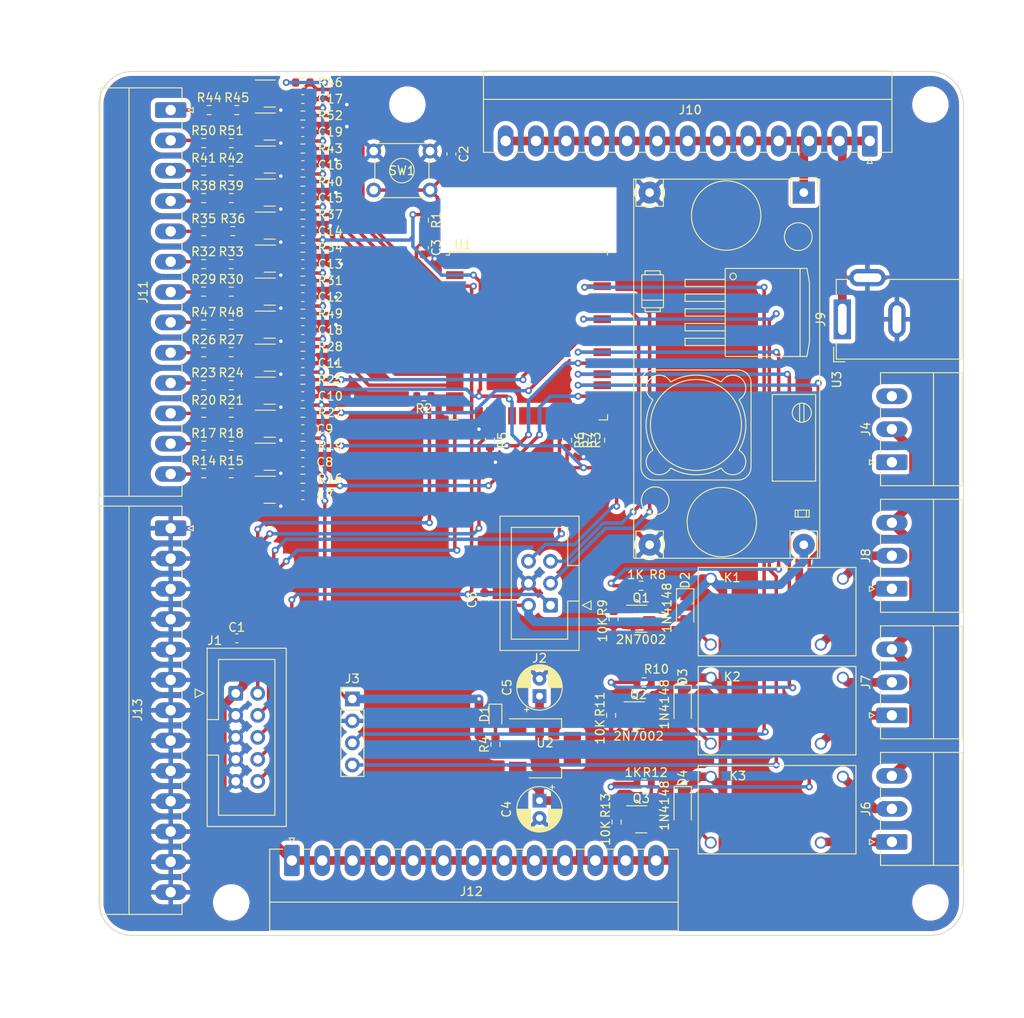
<source format=kicad_pcb>
(kicad_pcb (version 20211014) (generator pcbnew)
  (layers (0 "F.Cu" signal) (31 "B.Cu" signal) (34 "B.Paste" user) (35 "F.Paste" user) (36 "B.SilkS" user "B.Silkscreen") (37 "F.SilkS" user "F.Silkscreen") (38 "B.Mask" user) (39 "F.Mask" user) (44 "Edge.Cuts" user))
  (net 0 "")
  (net 1 "+5V")
  (net 2 "GND")
  (net 3 "/ESP_EN")
  (net 4 "+3V3")
  (net 5 "Net-(D1-Pad2)")
  (net 6 "Net-(D2-Pad2)")
  (net 7 "Net-(D3-Pad2)")
  (net 8 "Net-(D4-Pad2)")
  (net 9 "/ESP_IO14")
  (net 10 "/ESP_IO13")
  (net 11 "/ESP_IO15")
  (net 12 "/ESP_IO12")
  (net 13 "/ESP_IO1")
  (net 14 "/ESP_IO3")
  (net 15 "/ESP_IO0")
  (net 16 "/ESP_IO22")
  (net 17 "/ESP_IO21")
  (net 18 "/Hot")
  (net 19 "/Neutral")
  (net 20 "/Earth")
  (net 21 "/Relay1")
  (net 22 "/Relay2")
  (net 23 "/Relay3")
  (net 24 "+12V")
  (net 25 "/In_4")
  (net 26 "/In_5")
  (net 27 "/In_19")
  (net 28 "/In_23")
  (net 29 "/In_25")
  (net 30 "/In_26")
  (net 31 "/In_27")
  (net 32 "/In_32")
  (net 33 "/In_33")
  (net 34 "/In_34")
  (net 35 "/In_35")
  (net 36 "/In_36")
  (net 37 "/In_39")
  (net 38 "Net-(Q1-Pad1)")
  (net 39 "Net-(Q2-Pad1)")
  (net 40 "Net-(Q3-Pad1)")
  (net 41 "Net-(Q4-Pad1)")
  (net 42 "/ESP_IO39")
  (net 43 "Net-(Q5-Pad1)")
  (net 44 "/ESP_IO36")
  (net 45 "Net-(Q6-Pad1)")
  (net 46 "/ESP_IO35")
  (net 47 "Net-(Q7-Pad1)")
  (net 48 "/ESP_IO34")
  (net 49 "Net-(Q8-Pad1)")
  (net 50 "/ESP_IO33")
  (net 51 "Net-(Q9-Pad1)")
  (net 52 "/ESP_IO27")
  (net 53 "Net-(Q10-Pad1)")
  (net 54 "/ESP_IO26")
  (net 55 "Net-(Q11-Pad1)")
  (net 56 "/ESP_IO25")
  (net 57 "Net-(Q12-Pad1)")
  (net 58 "/ESP_IO23")
  (net 59 "Net-(Q13-Pad1)")
  (net 60 "/ESP_IO19")
  (net 61 "Net-(Q14-Pad1)")
  (net 62 "/ESP_IO4")
  (net 63 "Net-(Q15-Pad1)")
  (net 64 "/ESP_IO32")
  (net 65 "Net-(Q16-Pad1)")
  (net 66 "/ESP_IO5")
  (net 67 "/ESP_IO2")
  (net 68 "/ESP_IO18")
  (net 69 "/ESP_IO17")
  (net 70 "/ESP_IO16")
  (net 78 "/Relay1_2")
  (net 79 "/Relay2_2")
  (net 80 "/Relay3_2")
  (footprint "Resistor_SMD:R_0603_1608Metric" (layer "F.Cu") (at 33.655 33.655 180)
    (fp_text reference "R2")
    (fp_text value "10K")
  )
  (footprint "Package_TO_SOT_SMD:SOT-23" (layer "F.Cu") (at 15.875 6.35)
    (fp_text reference "Q13" hide)
    (fp_text value "2N7002")
  )
  (footprint "Resistor_SMD:R_0603_1608Metric" (layer "F.Cu") (at 11.43 39.37)
    (fp_text reference "R18")
    (fp_text value "10K")
  )
  (footprint "Resistor_SMD:R_0603_1608Metric" (layer "F.Cu") (at 19.685 43.18)
    (fp_text reference "R16")
    (fp_text value "4.7K")
  )
  (footprint "Resistor_SMD:R_0603_1608Metric" (layer "F.Cu") (at 55.53 59.335 -90)
    (fp_text reference "R9")
    (fp_text value "10K")
  )
  (footprint "Resistor_SMD:R_0603_1608Metric" (layer "F.Cu") (at 8.255 39.37)
    (fp_text reference "R17")
    (fp_text value "1K")
  )
  (footprint "Resistor_SMD:R_0603_1608Metric" (layer "F.Cu") (at 11.43 42.545)
    (fp_text reference "R15")
    (fp_text value "10K")
  )
  (footprint "Capacitor_SMD:C_0603_1608Metric" (layer "F.Cu") (at 33.655 16.51 -90)
    (fp_text reference "C3")
    (fp_text value "0.1uF")
  )
  (footprint "Evan's misc parts:YAAJ_DCDC_StepDown_LM2596" (layer "F.Cu") (at 77.47 10.16 -90)
    (fp_text reference "U3")
    (fp_text value "YAAJ_DCDC_StepDown_LM2596")
  )
  (footprint "Package_TO_SOT_SMD:SOT-23" (layer "F.Cu") (at 15.875 10.16)
    (fp_text reference "Q12" hide)
    (fp_text value "2N7002")
  )
  (footprint "Resistor_SMD:R_0603_1608Metric" (layer "F.Cu") (at 8.89 0.635)
    (fp_text reference "R44")
    (fp_text value "1K")
  )
  (footprint "LED_SMD:LED_0603_1608Metric" (layer "F.Cu") (at 41.91 70.675 -90)
    (fp_text reference "D1")
    (fp_text value "RED LED")
  )
  (footprint "Capacitor_THT:CP_Radial_D5.0mm_P2.00mm" (layer "F.Cu") (at 46.99 80.324888 -90)
    (fp_text reference "C4")
    (fp_text value "10uF")
  )
  (footprint "Capacitor_SMD:C_0603_1608Metric" (layer "F.Cu") (at 19.685 33.655)
    (fp_text reference "C10")
    (fp_text value "C")
  )
  (footprint "Package_TO_SOT_SMD:SOT-23" (layer "F.Cu") (at 15.875 33.02)
    (fp_text reference "Q7" hide)
    (fp_text value "2N7002")
  )
  (footprint "Package_TO_SOT_SMD:SOT-23" (layer "F.Cu") (at 15.875 44.45)
    (fp_text reference "Q4" hide)
    (fp_text value "2N7002")
  )
  (footprint "Capacitor_SMD:C_0603_1608Metric" (layer "F.Cu") (at 19.685 6.985)
    (fp_text reference "C16")
    (fp_text value "C")
  )
  (footprint "Resistor_SMD:R_0603_1608Metric" (layer "F.Cu") (at 52.07 38.735 -90)
    (fp_text reference "R3")
    (fp_text value "4.7K")
  )
  (footprint "Evan's misc parts:sonoff relay" (layer "F.Cu") (at 65.04 76.025)
    (fp_text reference "K3")
    (fp_text value "sonoff_relay")
  )
  (footprint "Resistor_SMD:R_0603_1608Metric" (layer "F.Cu") (at 8.255 18.415)
    (fp_text reference "R32")
    (fp_text value "1K")
  )
  (footprint "Package_TO_SOT_SMD:SOT-23" (layer "F.Cu") (at 15.875 40.64)
    (fp_text reference "Q5" hide)
    (fp_text value "2N7002")
  )
  (footprint "Resistor_SMD:R_0603_1608Metric" (layer "F.Cu") (at 19.685 8.89)
    (fp_text reference "R40")
    (fp_text value "4.7K")
  )
  (footprint "Capacitor_SMD:C_0603_1608Metric" (layer "F.Cu") (at 19.685 45.085)
    (fp_text reference "C7")
    (fp_text value "C")
  )
  (footprint "Capacitor_SMD:C_0603_1608Metric" (layer "F.Cu") (at 19.685 10.795)
    (fp_text reference "C15")
    (fp_text value "C")
  )
  (footprint "Connector_BarrelJack:BarrelJack_GCT_DCJ200-10-A_Horizontal" (layer "F.Cu") (at 81.915 24.78 90)
    (fp_text reference "J9")
    (fp_text value "Barrel_Jack_Switch")
  )
  (footprint "MountingHole:MountingHole_3.2mm_M3" (layer "F.Cu") (at 92.075 92.075)
    (fp_text reference "REF**" hide)
    (fp_text value "MountingHole_3.2mm_M3")
  )
  (footprint "Capacitor_SMD:C_0603_1608Metric" (layer "F.Cu") (at 19.685 14.605)
    (fp_text reference "C14")
    (fp_text value "C")
  )
  (footprint "Package_TO_SOT_SMD:SOT-23" (layer "F.Cu") (at 15.875 36.83)
    (fp_text reference "Q6" hide)
    (fp_text value "2N7002")
  )
  (footprint "Capacitor_SMD:C_0603_1608Metric" (layer "F.Cu") (at 19.685 37.465)
    (fp_text reference "C9")
    (fp_text value "C")
  )
  (footprint "Connector_Phoenix_MC:PhoenixContact_MC_1,5_13-G-3.5_1x13_P3.50mm_Horizontal" (layer "F.Cu") (at 4.445 0.635 -90)
    (fp_text reference "J11")
    (fp_text value "inputs")
  )
  (footprint "Capacitor_SMD:C_0603_1608Metric" (layer "F.Cu") (at 19.685 26.035)
    (fp_text reference "C18")
    (fp_text value "C")
  )
  (footprint "Package_TO_SOT_SMD:SOT-23" (layer "F.Cu") (at 58.705 59.335)
    (fp_text reference "Q1")
    (fp_text value "2N7002")
  )
  (footprint "Capacitor_SMD:C_0603_1608Metric" (layer "F.Cu") (at 19.685 3.175)
    (fp_text reference "C19")
    (fp_text value "C")
  )
  (footprint "Capacitor_SMD:C_0603_1608Metric" (layer "F.Cu") (at 12.065 61.595 180)
    (fp_text reference "C1")
    (fp_text value "0.1uF")
  )
  (footprint "Resistor_SMD:R_0603_1608Metric" (layer "F.Cu") (at 19.685 5.08)
    (fp_text reference "R43")
    (fp_text value "4.7K")
  )
  (footprint "Resistor_SMD:R_0603_1608Metric" (layer "F.Cu") (at 58.705 55.525)
    (fp_text reference "R8")
    (fp_text value "1K")
  )
  (footprint "Resistor_SMD:R_0603_1608Metric" (layer "F.Cu") (at 19.685 39.37)
    (fp_text reference "R19")
    (fp_text value "4.7K")
  )
  (footprint "Connector_Phoenix_MC:PhoenixContact_MC_1,5_13-G-3.5_1x13_P3.50mm_Horizontal" (layer "F.Cu") (at 18.425 87.2375)
    (fp_text reference "J12")
    (fp_text value "5v bus")
  )
  (footprint "Resistor_SMD:R_0603_1608Metric" (layer "F.Cu") (at 53.975 38.735 90)
    (fp_text reference "R7")
    (fp_text value "5K")
  )
  (footprint "Diode_SMD:D_SOD-123F" (layer "F.Cu") (at 63.5 69.215 -90)
    (fp_text reference "D3")
    (fp_text value "1N4148")
  )
  (footprint "Resistor_SMD:R_0603_1608Metric" (layer "F.Cu") (at 8.255 4.445)
    (fp_text reference "R50")
    (fp_text value "1K")
  )
  (footprint "Package_TO_SOT_SMD:SOT-23" (layer "F.Cu") (at 58.7225 82.48)
    (fp_text reference "Q3")
    (fp_text value "2N7002" hide)
  )
  (footprint "Package_TO_SOT_SMD:SOT-23" (layer "F.Cu") (at 15.875 2.54)
    (fp_text reference "Q16" hide)
    (fp_text value "2N7002")
  )
  (footprint "Resistor_SMD:R_0603_1608Metric" (layer "F.Cu") (at 11.43 21.59)
    (fp_text reference "R30")
    (fp_text value "10K")
  )
  (footprint "Resistor_SMD:R_0603_1608Metric" (layer "F.Cu") (at 11.62 14.605)
    (fp_text reference "R36")
    (fp_text value "10K")
  )
  (footprint "Package_TO_SOT_SMD:SOT-23" (layer "F.Cu") (at 15.875 17.78)
    (fp_text reference "Q10" hide)
    (fp_text value "2N7002")
  )
  (footprint "Resistor_SMD:R_0603_1608Metric" (layer "F.Cu") (at 8.255 25.4)
    (fp_text reference "R47")
    (fp_text value "1K")
  )
  (footprint "Resistor_SMD:R_0603_1608Metric" (layer "F.Cu") (at 19.685 24.13)
    (fp_text reference "R49")
    (fp_text value "4.7K")
  )
  (footprint "Capacitor_SMD:C_0603_1608Metric" (layer "F.Cu") (at 36.83 5.715 -90)
    (fp_text reference "C2")
    (fp_text value "1nF")
  )
  (footprint "Resistor_SMD:R_0603_1608Metric" (layer "F.Cu") (at 19.685 35.56)
    (fp_text reference "R22")
    (fp_text value "4.7K")
  )
  (footprint "Capacitor_THT:CP_Radial_D5.0mm_P2.00mm" (layer "F.Cu") (at 46.99 68.265113 90)
    (fp_text reference "C5")
    (fp_text value "22uF")
  )
  (footprint "Package_TO_SOT_SMD:SOT-23" (layer "F.Cu") (at 15.875 29.21)
    (fp_text reference "Q8" hide)
    (fp_text value "2N7002")
  )
  (footprint "Resistor_SMD:R_0603_1608Metric" (layer "F.Cu") (at 19.685 16.51)
    (fp_text reference "R34")
    (fp_text value "4.7K")
  )
  (footprint "Connector_IDC:IDC-Header_2x05_P2.54mm_Vertical" (layer "F.Cu") (at 11.9475 67.945)
    (fp_text reference "J1")
    (fp_text value "Conn_02x05_Odd_Even")
  )
  (footprint "Resistor_SMD:R_0603_1608Metric" (layer "F.Cu") (at 8.255 42.545)
    (fp_text reference "R14")
    (fp_text value "1K")
  )
  (footprint "Resistor_SMD:R_0603_1608Metric" (layer "F.Cu") (at 19.685 1.27)
    (fp_text reference "R52")
    (fp_text value "4.7K")
  )
  (footprint "Resistor_SMD:R_0603_1608Metric" (layer "F.Cu") (at 19.685 20.32)
    (fp_text reference "R31")
    (fp_text value "4.7K")
  )
  (footprint "Button_Switch_THT:SW_TH_Tactile_Omron_B3F-10xx" (layer "F.Cu") (at 27.865 5.37)
    (fp_text reference "SW1")
    (fp_text value "SW_MEC_5E")
  )
  (footprint "Capacitor_SMD:C_0603_1608Metric" (layer "F.Cu") (at 19.685 41.275)
    (fp_text reference "C8")
    (fp_text value "C")
  )
  (footprint "Resistor_SMD:R_0603_1608Metric" (layer "F.Cu") (at 8.255 32.385)
    (fp_text reference "R23")
    (fp_text value "1K")
  )
  (footprint "Resistor_SMD:R_0603_1608Metric" (layer "F.Cu") (at 19.685 27.94)
    (fp_text reference "R28")
    (fp_text value "4.7K")
  )
  (footprint "Capacitor_SMD:C_0603_1608Metric" (layer "F.Cu") (at 40.64 57.15 90)
    (fp_text reference "C6")
    (fp_text value "0.1uF")
  )
  (footprint "Resistor_SMD:R_0603_1608Metric" (layer "F.Cu") (at 41.275 38.735 -90)
    (fp_text reference "R5")
    (fp_text value "10K")
  )
  (footprint "Resistor_SMD:R_0603_1608Metric" (layer "F.Cu") (at 8.255 21.59)
    (fp_text reference "R29")
    (fp_text value "1K")
  )
  (footprint "Resistor_SMD:R_0603_1608Metric" (layer "F.Cu") (at 59.055 78.355)
    (fp_text reference "R12")
    (fp_text value "1K")
  )
  (footprint "MountingHole:MountingHole_3.2mm_M3" (layer "F.Cu") (at 11.43 92.075)
    (fp_text reference "REF**" hide)
    (fp_text value "MountingHole_3.2mm_M3")
  )
  (footprint "Resistor_SMD:R_0603_1608Metric" (layer "F.Cu") (at 59.055 66.675)
    (fp_text reference "R10")
    (fp_text value "1K")
  )
  (footprint "Package_TO_SOT_SMD:SOT-23" (layer "F.Cu") (at 15.875 25.4)
    (fp_text reference "Q15" hide)
    (fp_text value "2N7002")
  )
  (footprint "Connector_Phoenix_MC:PhoenixContact_MC_1,5_3-G-3.81_1x03_P3.81mm_Horizontal" (layer "F.Cu") (at 87.63 41.275 90)
    (fp_text reference "J4")
    (fp_text value "Input Mains")
  )
  (footprint "MountingHole:MountingHole_3.2mm_M3" (layer "F.Cu") (at 92.075 0)
    (fp_text reference "REF**" hide)
    (fp_text value "MountingHole_3.2mm_M3")
  )
  (footprint "RF_Module:ESP32-WROOM-32U" (layer "F.Cu") (at 45.72 26.67)
    (fp_text reference "U1")
    (fp_text value "ESP32-WROOM-32U")
  )
  (footprint "Package_TO_SOT_SMD:SOT-23" (layer "F.Cu") (at 15.875 13.97)
    (fp_text reference "Q11" hide)
    (fp_text value "2N7002")
  )
  (footprint "Package_TO_SOT_SMD:SOT-23" (layer "F.Cu") (at 15.875 21.59)
    (fp_text reference "Q9" hide)
    (fp_text value "2N7002")
  )
  (footprint "Connector_Phoenix_MC:PhoenixContact_MC_1,5_13-G-3.5_1x13_P3.50mm_Horizontal" (layer "F.Cu") (at 85.08 4.2025 180)
    (fp_text reference "J10")
    (fp_text value "12v bus")
  )
  (footprint "Resistor_SMD:R_0603_1608Metric" (layer "F.Cu") (at 11.43 32.385)
    (fp_text reference "R24")
    (fp_text value "10K")
  )
  (footprint "Resistor_SMD:R_0603_1608Metric" (layer "F.Cu") (at 8.255 14.605)
    (fp_text reference "R35")
    (fp_text value "1K")
  )
  (footprint "Diode_SMD:D_SOD-123F" (layer "F.Cu") (at 63.5 80.895 -90)
    (fp_text reference "D4")
    (fp_text value "1N4148")
  )
  (footprint "Package_TO_SOT_SMD:SOT-23" (layer "F.Cu") (at 58.42 70.485)
    (fp_text reference "Q2")
    (fp_text value "2N7002")
  )
  (footprint "Evan's misc parts:sonoff relay" (layer "F.Cu") (at 65.04 53.165)
    (fp_text reference "K1")
    (fp_text value "sonoff_relay")
  )
  (footprint "Resistor_SMD:R_0603_1608Metric" (layer "F.Cu") (at 11.43 4.445)
    (fp_text reference "R51")
    (fp_text value "10K")
  )
  (footprint "Resistor_SMD:R_0603_1608Metric" (layer "F.Cu") (at 55.88 82.8 -90)
    (fp_text reference "R13")
    (fp_text value "10K")
  )
  (footprint "Package_TO_SOT_SMD:SOT-23" (layer "F.Cu") (at 15.875 -1.27)
    (fp_text reference "Q14" hide)
    (fp_text value "2N7002")
  )
  (footprint "Resistor_SMD:R_0603_1608Metric" (layer "F.Cu") (at 41.91 73.85 90)
    (fp_text reference "R4")
    (fp_text value "2.2K")
  )
  (footprint "Capacitor_SMD:C_0603_1608Metric" (layer "F.Cu") (at 19.685 22.225)
    (fp_text reference "C12")
    (fp_text value "C")
  )
  (footprint "Capacitor_SMD:C_0603_1608Metric" (layer "F.Cu") (at 19.685 -0.635)
    (fp_text reference "C17")
    (fp_text value "C")
  )
  (footprint "Connector_IDC:IDC-Header_2x03_P2.54mm_Vertical" (layer "F.Cu") (at 48.26 57.785 180)
    (fp_text reference "J2")
    (fp_text value "Conn_02x03_Odd_Even")
  )
  (footprint "Resistor_SMD:R_0603_1608Metric" (layer "F.Cu") (at 8.255 28.575)
    (fp_text reference "R26")
    (fp_text value "1K")
  )
  (footprint "Resistor_SMD:R_0603_1608Metric" (layer "F.Cu") (at 11.43 25.4)
    (fp_text reference "R48")
    (fp_text value "10K")
  )
  (footprint "Connector_Phoenix_MC:PhoenixContact_MC_1,5_3-G-3.81_1x03_P3.81mm_Horizontal" (layer "F.Cu") (at 87.63 55.88 90)
    (fp_text reference "J8")
    (fp_text value "Relay 3")
  )
  (footprint "Resistor_SMD:R_0603_1608Metric" (layer "F.Cu") (at 8.255 10.795)
    (fp_text reference "R38")
    (fp_text value "1K")
  )
  (footprint "Resistor_SMD:R_0603_1608Metric" (layer "F.Cu") (at 50.165 38.735 -90)
    (fp_text reference "R6")
    (fp_text value "10K")
  )
  (footprint "Diode_SMD:D_SOD-123F" (layer "F.Cu") (at 63.785 58.065 -90)
    (fp_text reference "D2")
    (fp_text value "1N4148")
  )
  (footprint "Resistor_SMD:R_0603_1608Metric" (layer "F.Cu") (at 8.255 35.56)
    (fp_text reference "R20")
    (fp_text value "1K")
  )
  (footprint "MountingHole:MountingHole_3.2mm_M3" (layer "F.Cu") (at 31.75 0)
    (fp_text reference "REF**" hide)
    (fp_text value "MountingHole_3.2mm_M3")
  )
  (footprint "Resistor_SMD:R_0603_1608Metric" (layer "F.Cu") (at 11.43 10.795)
    (fp_text reference "R39")
    (fp_text value "10K")
  )
  (footprint "Package_TO_SOT_SMD:SOT-223-3_TabPin2" (layer "F.Cu") (at 47.625 74.295)
    (fp_text reference "U2")
    (fp_text value "LD1117S33TR_SOT223")
  )
  (footprint "Resistor_SMD:R_0603_1608Metric" (layer "F.Cu") (at 11.43 28.575)
    (fp_text reference "R27")
    (fp_text value "10K")
  )
  (footprint "Resistor_SMD:R_0603_1608Metric" (layer "F.Cu") (at 19.685 31.75)
    (fp_text reference "R25")
    (fp_text value "4.7K")
  )
  (footprint "Resistor_SMD:R_0603_1608Metric" (layer "F.Cu") (at 11.43 35.56)
    (fp_text reference "R21")
    (fp_text value "10K")
  )
  (footprint "Resistor_SMD:R_0603_1608Metric" (layer "F.Cu") (at 11.43 7.62)
    (fp_text reference "R42")
    (fp_text value "10K")
  )
  (footprint "Capacitor_SMD:C_0603_1608Metric" (layer "F.Cu") (at 19.685 18.415)
    (fp_text reference "C13")
    (fp_text value "C")
  )
  (footprint "Resistor_SMD:R_0603_1608Metric" (layer "F.Cu") (at 19.685 12.7)
    (fp_text reference "R37")
    (fp_text value "4.7K")
  )
  (footprint "Resistor_SMD:R_0603_1608Metric" (layer "F.Cu") (at 8.255 7.62)
    (fp_text reference "R41")
    (fp_text value "1K")
  )
  (footprint "Evan's misc parts:sonoff relay" (layer "F.Cu") (at 65.04 64.595)
    (fp_text reference "K2")
    (fp_text value "sonoff_relay")
  )
  (footprint "Resistor_SMD:R_0603_1608Metric" (layer "F.Cu") (at 12.065 0.635)
    (fp_text reference "R45")
    (fp_text value "10K")
  )
  (footprint "Capacitor_SMD:C_0603_1608Metric" (layer "F.Cu") (at 19.685 29.845)
    (fp_text reference "C11")
    (fp_text value "C")
  )
  (footprint "Connector_Phoenix_MC:PhoenixContact_MC_1,5_13-G-3.5_1x13_P3.50mm_Horizontal" (layer "F.Cu") (at 4.445 48.895 -90)
    (fp_text reference "J13")
    (fp_text value "gnd bus")
  )
  (footprint "Resistor_SMD:R_0603_1608Metric" (layer "F.Cu") (at 11.43 18.415)
    (fp_text reference "R33")
    (fp_text value "10K")
  )
  (footprint "Resistor_SMD:R_0603_1608Metric" (layer "F.Cu") (at 33.655 13.335 -90)
    (fp_text reference "R1")
    (fp_text value "12K")
  )
  (footprint "Connector_PinHeader_2.54mm:PinHeader_1x04_P2.54mm_Vertical" (layer "F.Cu") (at 25.4 68.59)
    (fp_text reference "J3")
    (fp_text value "bme280")
  )
  (footprint "Resistor_SMD:R_0603_1608Metric" (layer "F.Cu") (at 19.685 -2.54)
    (fp_text reference "R46")
    (fp_text value "4.7K")
  )
  (footprint "Connector_Phoenix_MC:PhoenixContact_MC_1,5_3-G-3.81_1x03_P3.81mm_Horizontal" (layer "F.Cu") (at 87.63 70.485 90)
    (fp_text reference "J7")
    (fp_text value "Relay 2")
  )
  (footprint "Connector_Phoenix_MC:PhoenixContact_MC_1,5_3-G-3.81_1x03_P3.81mm_Horizontal" (layer "F.Cu") (at 87.63 85.09 90)
    (fp_text reference "J6")
    (fp_text value "Relay 1")
  )
  (footprint "Resistor_SMD:R_0603_1608Metric" (layer "F.Cu") (at 55.245 70.485 -90)
    (fp_text reference "R11")
    (fp_text value "10K")
  )
  (gr_arc (start 0 95.885) (mid -2.694077 94.769077) (end -3.81 92.075) (layer "Edge.Cuts") (width 0.1))
  (gr_arc (start 95.885 92.075) (mid 94.769077 94.769077) (end 92.075 95.885) (layer "Edge.Cuts") (width 0.1))
  (gr_arc (start -3.81 0) (mid -2.694077 -2.694077) (end 0 -3.81) (layer "Edge.Cuts") (width 0.1))
  (gr_line (start 92.075 -3.81) (end 0 -3.81) (layer "Edge.Cuts") (width 0.1))
  (gr_line (start -3.81 92.075) (end -3.81 0) (layer "Edge.Cuts") (width 0.1))
  (gr_line (start 95.885 92.075) (end 95.885 0) (layer "Edge.Cuts") (width 0.1))
  (gr_line (start 92.075 95.885) (end 0 95.885) (layer "Edge.Cuts") (width 0.1))
  (gr_arc (start 92.075 -3.81) (mid 94.769077 -2.694077) (end 95.885 0) (layer "Edge.Cuts") (width 0.1))
  (segment (start 12.84 67.0525) (end 12.84 61.595) (width 1) (layer "F.Cu") (net 1))
  (segment (start 40.64 57.925) (end 40.78 57.785) (width 0.4) (layer "F.Cu") (net 1))
  (segment (start 46.99 80.324888) (end 46.99 79.11) (width 1) (layer "F.Cu") (net 1))
  (segment (start 10.397989 69.494511) (end 11.9475 67.945) (width 1) (layer "F.Cu") (net 1))
  (segment (start 66.74 54.715) (end 68.139511 56.114511) (width 1) (layer "F.Cu") (net 1))
  (segment (start 65.735 54.715) (end 63.785 56.665) (width 1) (layer "F.Cu") (net 1))
  (segment (start 65.42 77.575) (end 63.5 79.495) (width 1) (layer "F.Cu") (net 1))
  (segment (start 68.139511 78.974511) (end 66.74 77.575) (width 1) (layer "F.Cu") (net 1))
  (segment (start 67.7025 87.2375) (end 68.139511 86.800489) (width 1) (layer "F.Cu") (net 1))
  (segment (start 60.425 87.2375) (end 67.7025 87.2375) (width 1) (layer "F.Cu") (net 1))
  (segment (start 11.9475 67.945) (end 12.84 67.0525) (width 1) (layer "F.Cu") (net 1))
  (segment (start 68.139511 86.800489) (end 68.139511 80.450489) (width 1) (layer "F.Cu") (net 1))
  (segment (start 68.139511 70.290489) (end 68.139511 80.450489) (width 1) (layer "F.Cu") (net 1))
  (segment (start 10.397989 79.210489) (end 10.397989 69.494511) (width 1) (layer "F.Cu") (net 1))
  (segment (start 18.425 87.2375) (end 51.6775 87.2375) (width 1) (layer "F.Cu") (net 1))
  (segment (start 66.74 77.575) (end 65.42 77.575) (width 1) (layer "F.Cu") (net 1))
  (segment (start 65.17 66.145) (end 63.5 67.815) (width 1) (layer "F.Cu") (net 1))
  (segment (start 68.139511 80.450489) (end 68.139511 78.974511) (width 1) (layer "F.Cu") (net 1))
  (segment (start 40.78 57.785) (end 45.72 57.785) (width 0.4) (layer "F.Cu") (net 1))
  (segment (start 51.6775 83.212388) (end 51.6775 87.2375) (width 1) (layer "F.Cu") (net 1))
  (segment (start 66.74 54.715) (end 65.735 54.715) (width 1) (layer "F.Cu") (net 1))
  (segment (start 48.79 80.324888) (end 51.6775 83.212388) (width 1) (layer "F.Cu") (net 1))
  (segment (start 46.99 79.11) (end 44.475 76.595) (width 1) (layer "F.Cu") (net 1))
  (segment (start 66.74 66.145) (end 65.17 66.145) (width 1) (layer "F.Cu") (net 1))
  (segment (start 66.74 66.145) (end 68.139511 67.544511) (width 1) (layer "F.Cu") (net 1))
  (segment (start 18.425 87.2375) (end 10.397989 79.210489) (width 1) (layer "F.Cu") (net 1))
  (segment (start 46.99 80.324888) (end 48.79 80.324888) (width 1) (layer "F.Cu") (net 1))
  (segment (start 51.6775 87.2375) (end 60.425 87.2375) (width 1) (layer "F.Cu") (net 1))
  (segment (start 68.139511 56.114511) (end 68.139511 70.290489) (width 1) (layer "F.Cu") (net 1))
  (segment (start 68.139511 67.544511) (end 68.139511 70.290489) (width 1) (layer "F.Cu") (net 1))
  (segment (start 77.47 50.8) (end 77.47 52.707114) (width 1) (layer "B.Cu") (net 1))
  (segment (start 61.765 59.69) (end 66.74 54.715) (width 1) (layer "B.Cu") (net 1))
  (segment (start 77.47 52.707114) (end 74.762114 55.415) (width 1) (layer "B.Cu") (net 1))
  (segment (start 74.762114 55.415) (end 67.44 55.415) (width 1) (layer "B.Cu") (net 1))
  (segment (start 46.422919 59.69) (end 61.765 59.69) (width 1) (layer "B.Cu") (net 1))
  (segment (start 67.44 55.415) (end 66.74 54.715) (width 1) (layer "B.Cu") (net 1))
  (segment (start 45.72 57.785) (end 45.72 58.987081) (width 1) (layer "B.Cu") (net 1))
  (segment (start 45.72 58.987081) (end 46.422919 59.69) (width 1) (layer "B.Cu") (net 1))
  (via (at 17.145 31.115) (size 0.8) (drill 0.4) (layers "F.Cu" "B.Cu") (net 2))
  (via (at 34.925 17.78) (size 0.8) (drill 0.4) (layers "F.Cu" "B.Cu") (net 2))
  (via (at 41.91 41.275) (size 0.8) (drill 0.4) (layers "F.Cu" "B.Cu") (net 2))
  (via (at 23.495 10.16) (size 0.8) (drill 0.4) (layers "F.Cu" "B.Cu") (net 2))
  (via (at 17.145 34.925) (size 0.8) (drill 0.4) (layers "F.Cu" "B.Cu") (net 2))
  (via (at 17.145 12.065) (size 0.8) (drill 0.4) (layers "F.Cu" "B.Cu") (net 2))
  (via (at 17.145 4.445) (size 0.8) (drill 0.4) (layers "F.Cu" "B.Cu") (net 2))
  (via (at 17.145 8.255) (size 0.8) (drill 0.4) (layers "F.Cu" "B.Cu") (net 2))
  (via (at 17.145 46.355) (size 0.8) (drill 0.4) (layers "F.Cu" "B.Cu") (net 2))
  (via (at 24.765 0) (size 0.8) (drill 0.4) (layers "F.Cu" "B.Cu") (net 2))
  (via (at 24.13 18.415) (size 0.8) (drill 0.4) (layers "F.Cu" "B.Cu") (net 2))
  (via (at 17.145 15.875) (size 0.8) (drill 0.4) (layers "F.Cu" "B.Cu") (net 2))
  (via (at 25.4 33.655) (size 0.8) (drill 0.4) (layers "F.Cu" "B.Cu") (net 2))
  (via (at 23.495 25.4) (size 0.8) (drill 0.4) (layers "F.Cu" "B.Cu") (net 2))
  (via (at 40.005 37.465) (size 0.8) (drill 0.4) (layers "F.Cu" "B.Cu") (net 2))
  (via (at 17.145 19.685) (size 0.8) (drill 0.4) (layers "F.Cu" "B.Cu") (net 2))
  (via (at 17.145 23.495) (size 0.8) (drill 0.4) (layers "F.Cu" "B.Cu") (net 2))
  (via (at 24.765 2.54) (size 0.8) (drill 0.4) (layers "F.Cu" "B.Cu") (net 2))
  (via (at 17.145 38.735) (size 0.8) (drill 0.4) (layers "F.Cu" "B.Cu") (net 2))
  (via (at 23.495 29.845) (size 0.8) (drill 0.4) (layers "F.Cu" "B.Cu") (net 2))
  (via (at 22.86 13.97) (size 0.8) (drill 0.4) (layers "F.Cu" "B.Cu") (net 2))
  (via (at 17.145 42.545) (size 0.8) (drill 0.4) (layers "F.Cu" "B.Cu") (net 2))
  (via (at 17.145 27.305) (size 0.8) (drill 0.4) (layers "F.Cu" "B.Cu") (net 2))
  (via (at 17.145 0.635) (size 0.8) (drill 0.4) (layers "F.Cu" "B.Cu") (net 2))
  (via (at 23.495 6.35) (size 0.8) (drill 0.4) (layers "F.Cu" "B.Cu") (net 2))
  (via (at 52.07 40.64) (size 0.8) (drill 0.4) (layers "F.Cu" "B.Cu") (net 2))
  (via (at 23.495 22.225) (size 0.8) (drill 0.4) (layers "F.Cu" "B.Cu") (net 2))
  (segment (start 33.655 15.735) (end 32.78048 16.60952) (width 0.4) (layer "F.Cu") (net 3))
  (segment (start 34.365 9.87) (end 36.83 7.405) (width 0.4) (layer "F.Cu") (net 3))
  (segment (start 39.155489 21.169511) (end 39.155489 56.094511) (width 0.4) (layer "F.Cu") (net 3))
  (segment (start 39.155489 56.094511) (end 38.735 56.515) (width 0.4) (layer "F.Cu") (net 3))
  (segment (start 35.215 12.6) (end 33.655 14.16) (width 0.4) (layer "F.Cu") (net 3))
  (segment (start 33.655 14.16) (end 33.655 15.735) (width 0.4) (layer "F.Cu") (net 3))
  (segment (start 18.415 57.15) (end 18.415 74.1775) (width 0.4) (layer "F.Cu") (net 3))
  (segment (start 32.78048 17.768684) (end 35.966796 20.955) (width 0.4) (layer "F.Cu") (net 3))
  (segment (start 35.966796 20.955) (end 37.22 20.955) (width 0.4) (layer "F.Cu") (net 3))
  (segment (start 27.865 9.87) (end 34.365 9.87) (width 0.4) (layer "F.Cu") (net 3))
  (segment (start 18.415 74.1775) (end 14.4875 78.105) (width 0.4) (layer "F.Cu") (net 3))
  (segment (start 32.78048 16.60952) (end 32.78048 17.768684) (width 0.4) (layer "F.Cu") (net 3))
  (segment (start 39.37 20.955) (end 39.155489 21.169511) (width 0.4) (layer "F.Cu") (net 3))
  (segment (start 36.83 7.405) (end 36.83 6.49) (width 0.4) (layer "F.Cu") (net 3))
  (segment (start 35.215 10.72) (end 35.215 12.6) (width 0.4) (layer "F.Cu") (net 3))
  (segment (start 34.365 9.87) (end 35.215 10.72) (width 0.4) (layer "F.Cu") (net 3))
  (segment (start 37.22 20.955) (end 39.37 20.955) (width 0.4) (layer "F.Cu") (net 3))
  (via (at 39.37 20.955) (size 0.8) (drill 0.4) (layers "F.Cu" "B.Cu") (net 3))
  (via (at 38.735 56.515) (size 0.8) (drill 0.4) (layers "F.Cu" "B.Cu") (net 3))
  (via (at 18.415 57.15) (size 0.8) (drill 0.4) (layers "F.Cu" "B.Cu") (net 3))
  (segment (start 48.26 57.785) (end 47.010489 56.535489) (width 0.4) (layer "B.Cu") (net 3))
  (segment (start 19.05 56.515) (end 18.415 57.15) (width 0.4) (layer "B.Cu") (net 3))
  (segment (start 47.010489 56.535489) (end 38.079511 56.535489) (width 0.4) (layer "B.Cu") (net 3))
  (segment (start 38.059022 56.515) (end 19.05 56.515) (width 0.4) (layer "B.Cu") (net 3))
  (segment (start 38.079511 56.535489) (end 38.059022 56.515) (width 0.4) (layer "B.Cu") (net 3))
  (segment (start 19.73452 4.20548) (end 21.98548 4.20548) (width 0.4) (layer "F.Cu") (net 4))
  (segment (start 19.73452 0.39548) (end 21.98548 0.39548) (width 0.4) (layer "F.Cu") (net 4))
  (segment (start 32.385 12.7) (end 33.465 12.7) (width 0.4) (layer "F.Cu") (net 4))
  (segment (start 21.19452 42.14952) (end 22.225 43.18) (width 0.4) (layer "F.Cu") (net 4))
  (segment (start 50.8 41.91) (end 50.165 41.275) (width 0.4) (layer "F.Cu") (net 4))
  (segment (start 40.005 72.867113) (end 40.005 68.58) (width 1) (layer "F.Cu") (net 4))
  (segment (start 18.86 35.56) (end 19.73452 34.68548) (width 0.4) (layer "F.Cu") (net 4))
  (segment (start 18.86 5.08) (end 19.73452 4.20548) (width 0.4) (layer "F.Cu") (net 4))
  (segment (start 18.86 16.51) (end 19.73452 15.63548) (width 0.4) (layer "F.Cu") (net 4))
  (segment (start 19.73452 30.87548) (end 21.82952 30.87548) (width 0.4) (layer "F.Cu") (net 4))
  (segment (start 18.86 -2.54) (end 17.78 -2.54) (width 0.4) (layer "F.Cu") (net 4))
  (segment (start 40.005 33.655) (end 43.18 33.655) (width 0.4) (layer "F.Cu") (net 4))
  (segment (start 19.73452 11.82548) (end 21.98548 11.82548) (width 0.4) (layer "F.Cu") (net 4))
  (segment (start 40.169511 20.484511) (end 40.169511 32.855489) (width 0.4) (layer "F.Cu") (net 4))
  (segment (start 41.812887 74.675) (end 40.005 72.867113) (width 1) (layer "F.Cu") (net 4))
  (segment (start 18.86 39.37) (end 19.73452 38.49548) (width 0.4) (layer "F.Cu") (net 4))
  (segment (start 19.89048 42.14952) (end 21.19452 42.14952) (width 0.4) (layer "F.Cu") (net 4))
  (segment (start 53.975 39.56) (end 53.975 41.275) (width 0.4) (layer "F.Cu") (net 4))
  (segment (start 46.99 68.265113) (end 46.99 74.295) (width 1) (layer "F.Cu") (net 4))
  (segment (start 22.225 66.04) (end 24.775 68.59) (width 0.4) (layer "F.Cu") (net 4))
  (segment (start 53.975 41.275) (end 53.34 41.91) (width 0.4) (layer "F.Cu") (net 4))
  (segment (start 50.355 39.37) (end 50.165 39.56) (width 0.4) (layer "F.Cu") (net 4))
  (segment (start 19.73452 8.01548) (end 21.98548 8.01548) (width 0.4) (layer "F.Cu") (net 4))
  (segment (start 31.79952 34.68548) (end 32.83 33.655) (width 0.4) (layer "F.Cu") (net 4))
  (segment (start 22.225 45.72) (end 22.225 66.04) (width 0.4) (layer "F.Cu") (net 4))
  (segment (start 18.86 8.89) (end 19.73452 8.01548) (width 0.4) (layer "F.Cu") (net 4))
  (segment (start 19.73452 34.68548) (end 21.82952 34.68548) (width 0.4) (layer "F.Cu") (net 4))
  (segment (start 19.73452 38.49548) (end 21.98548 38.49548) (width 0.4) (layer "F.Cu") (net 4))
  (segment (start 52.07 41.91) (end 50.8 41.91) (width 0.4) (layer "F.Cu") (net 4))
  (segment (start 18.86 24.13) (end 19.73452 23.25548) (width 0.4) (layer "F.Cu") (net 4))
  (segment (start 19.73452 23.25548) (end 21.98548 23.25548) (width 0.4) (layer "F.Cu") (net 4))
  (segment (start 37.22 19.685) (end 38.735 19.685) (width 0.4) (layer "F.Cu") (net 4))
  (segment (start 18.86 1.27) (end 19.73452 0.39548) (width 0.4) (layer "F.Cu") (net 4))
  (segment (start 53.34 41.91) (end 52.07 41.91) (width 0.4) (layer "F.Cu") (net 4))
  (segment (start 44.095 74.675) (end 44.475 74.295) (width 1) (layer "F.Cu") (net 4))
  (segment (start 18.86 43.18) (end 19.89048 42.14952) (width 0.4) (layer "F.Cu") (net 4))
  (segment (start 33.465 12.7) (end 33.655 12.51) (width 0.4) (layer "F.Cu") (net 4))
  (segment (start 21.82952 34.68548) (end 31.79952 34.68548) (width 0.4) (layer "F.Cu") (net 4))
  (segment (start 39.37 19.685) (end 40.169511 20.484511) (width 0.4) (layer "F.Cu") (net 4))
  (segment (start 18.86 31.75) (end 19.73452 30.87548) (width 0.4) (layer "F.Cu") (net 4))
  (segment (start 18.86 27.94) (end 19.73452 27.06548) (width 0.4) (layer "F.Cu") (net 4))
  (segment (start 46.99 74.295) (end 50.775 74.295) (width 1) (layer "F.Cu") (net 4))
  (segment (start 24.775 68.59) (end 25.4 68.59) (width 0.4) (layer "F.Cu") (net 4))
  (segment (start 18.86 20.32) (end 19.73452 19.44548) (width 0.4) (layer "F.Cu") (net 4))
  (segment (start 50.165 41.275) (end 50.165 39.56) (width 0.4) (layer "F.Cu") (net 4))
  (segment (start 19.73452 15.63548) (end 21.98548 15.63548) (width 0.4) (layer "F.Cu") (net 4))
  (segment (start 40.005 33.02) (end 40.169511 32.855489) (width 0.4) (layer "F.Cu") (net 4))
  (segment (start 18.86 12.7) (end 19.73452 11.82548) (width 0.4) (layer "F.Cu") (net 4))
  (segment (start 21.82952 30.87548) (end 21.98548 30.87548) (width 0.4) (layer "F.Cu") (net 4))
  (segment (start 19.73452 27.06548) (end 21.98548 27.06548) (width 0.4) (layer "F.Cu") (net 4))
  (segment (start 19.73452 19.44548) (end 21.98548 19.44548) (width 0.4) (layer "F.Cu") (net 4))
  (segment (start 43.18 33.655) (end 43.4975 33.9725) (width 0.4) (layer "F.Cu") (net 4))
  (segment (start 40.005 33.655) (end 40.005 33.02) (width 0.4) (layer "F.Cu") (net 4))
  (segment (start 44.475 74.295) (end 46.99 74.295) (width 1) (layer "F.Cu") (net 4))
  (segment (start 41.91 74.675) (end 41.812887 74.675) (width 1) (layer "F.Cu") (net 4))
  (segment (start 38.735 19.685) (end 39.37 19.685) (width 0.4) (layer "F.Cu") (net 4))
  (segment (start 41.91 74.675) (end 44.095 74.675) (width 1) (layer "F.Cu") (net 4))
  (via (at 22.225 45.72) (size 0.8) (drill 0.4) (layers "F.Cu" "B.Cu") (net 4))
  (via (at 21.98548 27.06548) (size 0.8) (drill 0.4) (layers "F.Cu" "B.Cu") (net 4))
  (via (at 21.98548 19.44548) (size 0.8) (drill 0.4) (layers "F.Cu" "B.Cu") (net 4))
  (via (at 22.225 -2.54) (size 0.8) (drill 0.4) (layers "F.Cu" "B.Cu") (net 4))
  (via (at 21.98548 8.01548) (size 0.8) (drill 0.4) (layers "F.Cu" "B.Cu") (net 4))
  (via (at 21.98548 4.20548) (size 0.8) (drill 0.4) (layers "F.Cu" "B.Cu") (net 4))
  (via (at 21.98548 11.82548) (size 0.8) (drill 0.4) (layers "F.Cu" "B.Cu") (net 4))
  (via (at 39.37 19.685) (size 0.8) (drill 0.4) (layers "F.Cu" "B.Cu") (net 4))
  (via (at 40.005 68.58) (size 0.8) (drill 0.4) (layers "F.Cu" "B.Cu") (net 4))
  (via (at 43.4975 33.9725) (size 0.8) (drill 0.4) (layers "F.Cu" "B.Cu") (net 4))
  (via (at 17.78 -2.54) (size 0.8) (drill 0.4) (layers "F.Cu" "B.Cu") (net 4))
  (via (at 21.98548 38.49548) (size 0.8) (drill 0.4) (layers "F.Cu" "B.Cu") (net 4))
  (via (at 22.225 43.18) (size 0.8) (drill 0.4) (layers "F.Cu" "B.Cu") (net 4))
  (via (at 52.07 41.91) (size 0.8) (drill 0.4) (layers "F.Cu" "B.Cu") (net 4))
  (via (at 32.385 12.7) (size 0.8) (drill 0.4) (layers "F.Cu" "B.Cu") (net 4))
  (via (at 21.98548 15.63548) (size 0.8) (drill 0.4) (layers "F.Cu" "B.Cu") (net 4))
  (via (at 21.82952 34.68548) (size 0.8) (drill 0.4) (layers "F.Cu" "B.Cu") (net 4))
  (via (at 21.82952 30.87548) (size 0.8) (drill 0.4) (layers "F.Cu" "B.Cu") (net 4))
  (via (at 21.98548 23.25548) (size 0.8) (drill 0.4) (layers "F.Cu" "B.Cu") (net 4))
  (via (at 40.005 33.655) (size 0.8) (drill 0.4) (layers "F.Cu" "B.Cu") (net 4))
  (via (at 21.98548 0.39548) (size 0.8) (drill 0.4) (layers "F.Cu" "B.Cu") (net 4))
  (segment (start 21.98548 15.63548) (end 31.98952 15.63548) (width 0.4) (layer "B.Cu") (net 4))
  (segment (start 21.98548 8.01548) (end 21.98548 4.20548) (width 0.4) (layer "B.Cu") (net 4))
  (segment (start 43.815 38.1) (end 45.085 39.37) (width 0.4) (layer "B.Cu") (net 4))
  (segment (start 22.225 43.18) (end 22.225 38.735) (width 0.4) (layer "B.Cu") (net 4))
  (segment (start 21.82952 34.68548) (end 21.82952 32.62452) (width 0.4) (layer "B.Cu") (net 4))
  (segment (start 21.82952 38.65144) (end 21.98548 38.49548) (width 0.4) (layer "B.Cu") (net 4))
  (segment (start 39.37 19.685) (end 35.69932 19.685) (width 0.4) (layer "B.Cu") (net 4))
  (segment (start 32.385 15.24) (end 32.385 12.7) (width 0.4) (layer "B.Cu") (net 4))
  (segment (start 21.82952 32.62452) (end 21.82952 30.71952) (width 0.4) (layer "B.Cu") (net 4))
  (segment (start 39.995 68.59) (end 25.4 68.59) (width 1) (layer "B.Cu") (net 4))
  (segment (start 22.225 43.18) (end 22.225 45.72) (width 0.4) (layer "B.Cu") (net 4))
  (segment (start 32.385 16.37068) (end 32.385 15.24) (width 0.4) (layer "B.Cu") (net 4))
  (segment (start 45.085 39.37) (end 49.53 39.37) (width 0.4) (layer "B.Cu") (net 4))
  (segment (start 21.82952 27.22144) (end 21.98548 27.06548) (width 0.4) (layer "B.Cu") (net 4))
  (segment (start 21.98548 27.06548) (end 21.98548 23.25548) (width 0.4) (layer "B.Cu") (net 4))
  (segment (start 21.98548 11.82548) (end 21.98548 8.01548) (width 0.4) (layer "B.Cu") (net 4))
  (segment (start 38.570489 32.855489) (end 22.060489 32.855489) (width 0.4) (layer "B.Cu") (net 4))
  (segment (start 39.37 33.655) (end 38.570489 32.855489) (width 0.4) (layer "B.Cu") (net 4))
  (segment (start 39.37 33.655) (end 40.005 33.655) (width 0.4) (layer "B.Cu") (net 4))
  (segment (start 17.78 -2.54) (end 22.225 -2.54) (width 0.4) (layer "B.Cu") (net 4))
  (segment (start 21.98548 38.49548) (end 21.98548 34.84144) (width 0.4) (layer "B.Cu") (net 4))
  (segment (start 31.98952 15.63548) (end 32.385 15.24) (width 0.4) (layer "B.Cu") (net 4))
  (segment (start 21.98548 34.84144) (end 21.82952 34.68548) (width 0.4) (layer "B.Cu") (net 4))
  (segment (start 22.225 38.735) (end 21.98548 38.49548) (width 0.4) (layer "B.Cu") (net 4))
  (segment (start 21.98548 15.63548) (end 21.98548 11.82548) (width 0.4) (layer "B.Cu") (net 4))
  (segment (start 21.98548 23.25548) (end 21.98548 19.44548) (width 0.4) (layer "B.Cu") (net 4))
  (segment (start 21.82952 30.71952) (end 21.82952 27.22144) (width 0.4) (layer "B.Cu") (net 4))
  (segment (start 40.005 68.58) (end 39.995 68.59) (width 1) (layer "B.Cu") (net 4))
  (segment (start 22.060489 32.855489) (end 21.82952 32.62452) (width 0.4) (layer "B.Cu") (net 4))
  (segment (start 21.98548 19.44548) (end 21.98548 15.63548) (width 0.4) (layer "B.Cu") (net 4))
  (segment (start 21.98548 0.39548) (end 21.98548 -2.30048) (width 0.4) (layer "B.Cu") (net 4))
  (segment (start 21.98548 -2.30048) (end 22.225 -2.54) (width 0.4) (layer "B.Cu") (net 4))
  (segment (start 43.4975 33.9725) (end 43.815 34.29) (width 0.4) (layer "B.Cu") (net 4))
  (segment (start 49.53 39.37) (end 52.07 41.91) (width 0.4) (layer "B.Cu") (net 4))
  (segment (start 35.69932 19.685) (end 32.385 16.37068) (width 0.4) (layer "B.Cu") (net 4))
  (segment (start 43.815 34.29) (end 43.815 38.1) (width 0.4) (layer "B.Cu") (net 4))
  (segment (start 21.98548 4.20548) (end 21.98548 0.39548) (width 0.4) (layer "B.Cu") (net 4))
  (segment (start 41.91 73.025) (end 41.91 71.4625) (width 0.4) (layer "F.Cu") (net 5))
  (segment (start 59.6425 59.335) (end 59.7725 59.465) (width 0.4) (layer "F.Cu") (net 6))
  (segment (start 66.74 62.315) (end 63.89 59.465) (width 0.4) (layer "F.Cu") (net 6))
  (segment (start 63.89 59.465) (end 63.785 59.465) (width 0.4) (layer "F.Cu") (net 6))
  (segment (start 59.7725 59.465) (end 63.785 59.465) (width 0.4) (layer "F.Cu") (net 6))
  (segment (start 59.3575 70.485) (end 59.4875 70.615) (width 0.4) (layer "F.Cu") (net 7))
  (segment (start 63.5 70.615) (end 63.61 70.615) (width 0.4) (layer "F.Cu") (net 7))
  (segment (start 63.61 70.615) (end 66.74 73.745) (width 0.4) (layer "F.Cu") (net 7))
  (segment (start 59.4875 70.615) (end 63.5 70.615) (width 0.4) (layer "F.Cu") (net 7))
  (segment (start 63.86 82.295) (end 66.74 85.175) (width 0.4) (layer "F.Cu") (net 8))
  (segment (start 63.5 82.295) (end 63.86 82.295) (width 0.4) (layer "F.Cu") (net 8))
  (segment (start 63.315 82.48) (end 63.5 82.295) (width 0.4) (layer "F.Cu") (net 8))
  (segment (start 59.66 82.48) (end 63.315 82.48) (width 0.4) (layer "F.Cu") (net 8))
  (segment (start 14.4875 67.945) (end 14.4875 49.0125) (width 0.4) (layer "F.Cu") (net 9))
  (segment (start 34.48 33.655) (end 37.22 33.655) (width 0.4) (layer "F.Cu") (net 9))
  (segment (start 34.29 33.845) (end 34.48 33.655) (width 0.4) (layer "F.Cu") (net 9))
  (segment (start 34.29 48.26) (end 34.29 33.845) (width 0.4) (layer "F.Cu") (net 9))
  (via (at 14.4875 49.0125) (size 0.8) (drill 0.4) (layers "F.Cu" "B.Cu") (net 9))
  (via (at 34.29 48.26) (size 0.8) (drill 0.4) (layers "F.Cu" "B.Cu") (net 9))
  (segment (start 14.4875 49.0125) (end 15.24 48.26) (width 0.4) (layer "B.Cu") (net 9))
  (segment (start 15.24 48.26) (end 34.29 48.26) (width 0.4) (layer "B.Cu") (net 9))
  (segment (start 15.737011 69.235489) (end 15.737011 65.902011) (width 0.4) (layer "F.Cu") (net 10))
  (segment (start 15.24 50.165) (end 15.875 49.53) (width 0.4) (layer "F.Cu") (net 10))
  (segment (start 14.4875 70.485) (end 15.737011 69.235489) (width 0.4) (layer "F.Cu") (net 10))
  (segment (start 15.737011 65.902011) (end 15.24 65.405) (width 0.4) (layer "F.Cu") (net 10))
  (segment (start 15.24 65.405) (end 15.24 50.165) (width 0.4) (layer "F.Cu") (net 10))
  (segment (start 40.005 39.18) (end 41.275 37.91) (width 0.4) (layer "F.Cu") (net 10))
  (segment (start 40.005 48.895) (end 40.005 39.18) (width 0.4) (layer "F.Cu") (net 10))
  (segment (start 41.275 37.91) (end 41.275 35.925) (width 0.4) (layer "F.Cu") (net 10))
  (via (at 15.875 49.53) (size 0.8) (drill 0.4) (layers "F.Cu" "B.Cu") (net 10))
  (via (at 40.005 48.895) (size 0.8) (drill 0.4) (layers "F.Cu" "B.Cu") (net 10))
  (segment (start 15.875 49.53) (end 39.37 49.53) (width 0.4) (layer "B.Cu") (net 10))
  (segment (start 39.37 49.53) (end 40.005 48.895) (width 0.4) (layer "B.Cu") (net 10))
  (segment (start 16.336531 65.231531) (end 16.336531 51.608469) (width 0.4) (layer "F.Cu") (net 11))
  (segment (start 49.29048 49.29048) (end 49.29048 38.78452) (width 0.4) (layer "F.Cu") (net 11))
  (segment (start 16.336531 51.608469) (end 16.51 51.435) (width 0.4) (layer "F.Cu") (net 11))
  (segment (start 14.4875 73.025) (end 16.336531 71.175969) (width 0.4) (layer "F.Cu") (net 11))
  (segment (start 49.29048 38.78452) (end 50.165 37.91) (width 0.4) (layer "F.Cu") (net 11))
  (segment (start 16.336531 71.175969) (end 16.336531 65.231531) (width 0.4) (layer "F.Cu") (net 11))
  (segment (start 49.53 49.53) (end 49.29048 49.29048) (width 0.4) (layer "F.Cu") (net 11))
  (segment (start 50.165 37.91) (end 50.165 35.925) (width 0.4) (layer "F.Cu") (net 11))
  (via (at 16.51 51.435) (size 0.8) (drill 0.4) (layers "F.Cu" "B.Cu") (net 11))
  (via (at 49.53 49.53) (size 0.8) (drill 0.4) (layers "F.Cu" "B.Cu") (net 11))
  (segment (start 17.78 50.165) (end 48.895 50.165) (width 0.4) (layer "B.Cu") (net 11))
  (segment (start 16.51 51.435) (end 17.78 50.165) (width 0.4) (layer "B.Cu") (net 11))
  (segment (start 48.895 50.165) (end 49.53 49.53) (width 0.4) (layer "B.Cu") (net 11))
  (segment (start 16.936051 53.548949) (end 16.936051 73.116449) (width 0.4) (layer "F.Cu") (net 12))
  (segment (start 16.936051 73.116449) (end 14.4875 75.565) (width 0.4) (layer "F.Cu") (net 12))
  (segment (start 17.78 52.705) (end 16.936051 53.548949) (width 0.4) (layer "F.Cu") (net 12))
  (segment (start 37.465 51.435) (end 37.22 51.19) (width 0.4) (layer "F.Cu") (net 12))
  (segment (start 37.22 51.19) (end 37.22 34.925) (width 0.4) (layer "F.Cu") (net 12))
  (via (at 17.78 52.705) (size 0.8) (drill 0.4) (layers "F.Cu" "B.Cu") (net 12))
  (via (at 37.465 51.435) (size 0.8) (drill 0.4) (layers "F.Cu" "B.Cu") (net 12))
  (segment (start 17.78 52.705) (end 19.05 51.435) (width 0.4) (layer "B.Cu") (net 12))
  (segment (start 19.05 51.435) (end 37.465 51.435) (width 0.4) (layer "B.Cu") (net 12))
  (segment (start 54.22 22.225) (end 57.785 22.225) (width 0.4) (layer "F.Cu") (net 13))
  (segment (start 59.69 24.13) (end 59.69 46.99) (width 0.4) (layer "F.Cu") (net 13))
  (segment (start 57.785 22.225) (end 59.69 24.13) (width 0.4) (layer "F.Cu") (net 13))
  (via (at 59.69 46.99) (size 0.8) (drill 0.4) (layers "F.Cu" "B.Cu") (net 13))
  (segment (start 59.69 46.99) (end 57.785 48.895) (width 0.4) (layer "B.Cu") (net 13))
  (segment (start 48.26 55.245) (end 54.61 48.895) (width 0.4) (layer "B.Cu") (net 13))
  (segment (start 57.785 48.895) (end 57.15 48.895) (width 0.4) (layer "B.Cu") (net 13))
  (segment (start 54.61 48.895) (end 57.15 48.895) (width 0.4) (layer "B.Cu") (net 13))
  (segment (start 54.22 23.495) (end 57.15 23.495) (width 0.4) (layer "F.Cu") (net 14))
  (segment (start 57.15 23.495) (end 58.42 24.765) (width 0.4) (layer "F.Cu") (net 14))
  (segment (start 58.42 24.765) (end 58.42 46.355) (width 0.4) (layer "F.Cu") (net 14))
  (segment (start 58.42 46.355) (end 57.785 46.99) (width 0.4) (layer "F.Cu") (net 14))
  (via (at 57.785 46.99) (size 0.8) (drill 0.4) (layers "F.Cu" "B.Cu") (net 14))
  (segment (start 57.785 46.99) (end 56.47952 48.29548) (width 0.4) (layer "B.Cu") (net 14))
  (segment (start 49.95215 52.705) (end 54.361671 48.29548) (width 0.4) (layer "B.Cu") (net 14))
  (segment (start 54.361671 48.29548) (end 55.20952 48.29548) (width 0.4) (layer "B.Cu") (net 14))
  (segment (start 56.47952 48.29548) (end 55.20952 48.29548) (width 0.4) (layer "B.Cu") (net 14))
  (segment (start 48.26 52.705) (end 49.95215 52.705) (width 0.4) (layer "B.Cu") (net 14))
  (segment (start 55.88 39.815) (end 53.975 37.91) (width 0.4) (layer "F.Cu") (net 15))
  (segment (start 53.975 35.17) (end 54.22 34.925) (width 0.4) (layer "F.Cu") (net 15))
  (segment (start 53.975 37.91) (end 53.975 35.17) (width 0.4) (layer "F.Cu") (net 15))
  (segment (start 55.88 46.355) (end 55.88 39.815) (width 0.4) (layer "F.Cu") (net 15))
  (via (at 55.88 46.355) (size 0.8) (drill 0.4) (layers "F.Cu" "B.Cu") (net 15))
  (segment (start 51.04478 50.76452) (end 53.44465 48.36465) (width 0.4) (layer "B.Cu") (net 15))
  (segment (start 47.66048 50.76452) (end 51.04478 50.76452) (width 0.4) (layer "B.Cu") (net 15))
  (segment (start 53.44465 48.36465) (end 54.1843 47.625) (width 0.4) (layer "B.Cu") (net 15))
  (segment (start 55.4543 46.355) (end 55.88 46.355) (width 0.4) (layer "B.Cu") (net 15))
  (segment (start 53.44465 48.36465) (end 55.4543 46.355) (width 0.4) (layer "B.Cu") (net 15))
  (segment (start 45.72 52.705) (end 47.66048 50.76452) (width 0.4) (layer "B.Cu") (net 15))
  (segment (start 72.895969 72.260969) (end 72.895969 21.084031) (width 0.4) (layer "F.Cu") (net 16))
  (segment (start 54.22 20.955) (end 52.328062 20.955) (width 0.4) (layer "F.Cu") (net 16))
  (segment (start 52.328062 20.955) (end 52.199031 21.084031) (width 0.4) (layer "F.Cu") (net 16))
  (segment (start 73.025 72.39) (end 72.895969 72.260969) (width 0.4) (layer "F.Cu") (net 16))
  (via (at 52.199031 21.084031) (size 0.8) (drill 0.4) (layers "F.Cu" "B.Cu") (net 16))
  (via (at 73.025 72.39) (size 0.8) (drill 0.4) (layers "F.Cu" "B.Cu") (net 16))
  (via (at 72.895969 21.084031) (size 0.8) (drill 0.4) (layers "F.Cu" "B.Cu") (net 16))
  (segment (start 26.424511 72.645489) (end 72.769511 72.645489) (width 0.4) (layer "B.Cu") (net 16))
  (segment (start 25.4 73.67) (end 26.424511 72.645489) (width 0.4) (layer "B.Cu") (net 16))
  (segment (start 72.769511 72.645489) (end 73.025 72.39) (width 0.4) (layer "B.Cu") (net 16))
  (segment (start 72.895969 21.084031) (end 52.199031 21.084031) (width 0.4) (layer "B.Cu") (net 16))
  (segment (start 54.22 24.765) (end 52.07 24.765) (width 0.4) (layer "F.Cu") (net 17))
  (segment (start 73.495489 24.929511) (end 74.295 24.13) (width 0.4) (layer "F.Cu") (net 17))
  (segment (start 74.295 54.47068) (end 73.495489 53.671169) (width 0.4) (layer "F.Cu") (net 17))
  (segment (start 74.295 76.2) (end 74.295 54.47068) (width 0.4) (layer "F.Cu") (net 17))
  (segment (start 73.495489 53.671169) (end 73.495489 24.929511) (width 0.4) (layer "F.Cu") (net 17))
  (via (at 52.07 24.765) (size 0.8) (drill 0.4) (layers "F.Cu" "B.Cu") (net 17))
  (via (at 74.295 76.2) (size 0.8) (drill 0.4) (layers "F.Cu" "B.Cu") (net 17))
  (via (at 74.295 24.13) (size 0.8) (drill 0.4) (layers "F.Cu" "B.Cu") (net 17))
  (segment (start 74.285 76.21) (end 74.295 76.2) (width 0.4) (layer "B.Cu") (net 17))
  (segment (start 74.295 24.13) (end 73.66 24.765) (width 0.4) (layer "B.Cu") (net 17))
  (segment (start 73.66 24.765) (end 52.07 24.765) (width 0.4) (layer "B.Cu") (net 17))
  (segment (start 25.4 76.21) (end 74.285 76.21) (width 0.4) (layer "B.Cu") (net 17))
  (segment (start 90.12952 74.97048) (end 87.63 77.47) (width 1) (layer "F.Cu") (net 19))
  (segment (start 90.12952 50.75952) (end 90.12952 60.36548) (width 1) (layer "F.Cu") (net 19))
  (segment (start 90.12952 60.36548) (end 87.63 62.865) (width 1) (layer "F.Cu") (net 19))
  (segment (start 87.63 62.865) (end 90.12952 65.36452) (width 1) (layer "F.Cu") (net 19))
  (segment (start 87.63 48.26) (end 90.12952 50.75952) (width 1) (layer "F.Cu") (net 19))
  (segment (start 90.12952 39.96452) (end 90.12952 45.76048) (width 1) (layer "F.Cu") (net 19))
  (segment (start 90.12952 45.76048) (end 87.63 48.26) (width 1) (layer "F.Cu") (net 19))
  (segment (start 87.63 37.465) (end 90.12952 39.96452) (width 1) (layer "F.Cu") (net 19))
  (segment (start 90.12952 65.36452) (end 90.12952 74.97048) (width 1) (layer "F.Cu") (net 19))
  (segment (start 79.525 85.09) (end 79.44 85.175) (width 1) (layer "F.Cu") (net 21))
  (segment (start 87.63 85.09) (end 79.525 85.09) (width 1) (layer "F.Cu") (net 21))
  (segment (start 82.7 70.485) (end 79.44 73.745) (width 1) (layer "F.Cu") (net 22))
  (segment (start 87.63 70.485) (end 82.7 70.485) (width 1) (layer "F.Cu") (net 22))
  (segment (start 85.875 55.88) (end 79.44 62.315) (width 1) (layer "F.Cu") (net 23))
  (segment (start 87.63 55.88) (end 85.875 55.88) (width 1) (layer "F.Cu") (net 23))
  (segment (start 81.915 24.78) (end 81.915 4.5375) (width 1) (layer "F.Cu") (net 24))
  (segment (start 77.47 4.8125) (end 78.08 4.2025) (width 1) (layer "F.Cu") (net 24))
  (segment (start 85.08 4.2025) (end 43.08 4.2025) (width 1) (layer "F.Cu") (net 24))
  (segment (start 81.915 4.5375) (end 81.58 4.2025) (width 1) (layer "F.Cu") (net 24))
  (segment (start 77.47 10.16) (end 77.47 4.8125) (width 1) (layer "F.Cu") (net 24))
  (segment (start 7.34 42.635) (end 7.43 42.545) (width 0.4) (layer "F.Cu") (net 25))
  (segment (start 4.445 42.635) (end 7.34 42.635) (width 0.4) (layer "F.Cu") (net 25))
  (segment (start 7.195 39.135) (end 7.43 39.37) (width 0.4) (layer "F.Cu") (net 26))
  (segment (start 4.445 39.135) (end 7.195 39.135) (width 0.4) (layer "F.Cu") (net 26))
  (segment (start 4.445 35.635) (end 7.355 35.635) (width 0.4) (layer "F.Cu") (net 27))
  (segment (start 7.355 35.635) (end 7.43 35.56) (width 0.4) (layer "F.Cu") (net 27))
  (segment (start 4.445 32.135) (end 7.18 32.135) (width 0.4) (layer "F.Cu") (net 28))
  (segment (start 7.18 32.135) (end 7.43 32.385) (width 0.4) (layer "F.Cu") (net 28))
  (segment (start 4.445 21.635) (end 7.385 21.635) (width 0.4) (layer "F.Cu") (net 29))
  (segment (start 7.385 21.635) (end 7.43 21.59) (width 0.4) (layer "F.Cu") (net 29))
  (segment (start 7.165 25.135) (end 7.43 25.4) (width 0.4) (layer "F.Cu") (net 30))
  (segment (start 4.445 25.135) (end 7.165 25.135) (width 0.4) (layer "F.Cu") (net 30))
  (segment (start 7.37 28.635) (end 7.43 28.575) (width 0.4) (layer "F.Cu") (net 31))
  (segment (start 4.445 28.635) (end 7.37 28.635) (width 0.4) (layer "F.Cu") (net 31))
  (segment (start 4.445 14.635) (end 7.4 14.635) (width 0.4) (layer "F.Cu") (net 32))
  (segment (start 7.4 14.635) (end 7.43 14.605) (width 0.4) (layer "F.Cu") (net 32))
  (segment (start 4.445 18.135) (end 7.15 18.135) (width 0.4) (layer "F.Cu") (net 33))
  (segment (start 7.15 18.135) (end 7.43 18.415) (width 0.4) (layer "F.Cu") (net 33))
  (segment (start 7.415 7.635) (end 7.43 7.62) (width 0.4) (layer "F.Cu") (net 34))
  (segment (start 4.445 7.635) (end 7.415 7.635) (width 0.4) (layer "F.Cu") (net 34))
  (segment (start 4.445 11.135) (end 7.09 11.135) (width 0.4) (layer "F.Cu") (net 35))
  (segment (start 7.09 11.135) (end 7.43 10.795) (width 0.4) (layer "F.Cu") (net 35))
  (segment (start 4.445 0.635) (end 8.065 0.635) (width 0.4) (layer "F.Cu") (net 36))
  (segment (start 7.12 4.135) (end 7.43 4.445) (width 0.4) (layer "F.Cu") (net 37))
  (segment (start 4.445 4.135) (end 7.12 4.135) (width 0.4) (layer "F.Cu") (net 37))
  (segment (start 57.6425 58.51) (end 57.7675 58.385) (width 0.4) (layer "F.Cu") (net 38))
  (segment (start 57.7675 57.2875) (end 59.53 55.525) (width 0.4) (layer "F.Cu") (net 38))
  (segment (start 55.53 58.51) (end 57.6425 58.51) (width 0.4) (layer "F.Cu") (net 38))
  (segment (start 57.7675 58.385) (end 57.7675 57.2875) (width 0.4) (layer "F.Cu") (net 38))
  (segment (start 57.4825 69.535) (end 57.4825 69.0725) (width 0.4) (layer "F.Cu") (net 39))
  (segment (start 55.245 69.66) (end 57.3575 69.66) (width 0.4) (layer "F.Cu") (net 39))
  (segment (start 57.4825 69.0725) (end 59.88 66.675) (width 0.4) (layer "F.Cu") (net 39))
  (segment (start 57.3575 69.66) (end 57.4825 69.535) (width 0.4) (layer "F.Cu") (net 39))
  (segment (start 57.785 81.53) (end 59.88 79.435) (width 0.4) (layer "F.Cu") (net 40))
  (segment (start 57.34 81.975) (end 57.785 81.53) (width 0.4) (layer "F.Cu") (net 40))
  (segment (start 55.88 81.975) (end 57.34 81.975) (width 0.4) (layer "F.Cu") (net 40))
  (segment (start 59.88 79.435) (end 59.88 78.355) (width 0.4) (layer "F.Cu") (net 40))
  (segment (start 10.605 42.545) (end 11.47952 41.67048) (width 0.4) (layer "F.Cu") (net 41))
  (segment (start 13.10798 41.67048) (end 14.9375 43.5) (width 0.4) (layer "F.Cu") (net 41))
  (segment (start 9.08 42.545) (end 10.605 42.545) (width 0.4) (layer "F.Cu") (net 41))
  (segment (start 11.47952 41.67048) (end 13.10798 41.67048) (width 0.4) (layer "F.Cu") (net 41))
  (segment (start 16.8125 2.54) (end 18.275 2.54) (width 0.4) (layer "F.Cu") (net 42))
  (segment (start 26.015969 13.269991) (end 36.240978 23.495) (width 0.4) (layer "F.Cu") (net 42))
  (segment (start 36.240978 23.495) (end 37.22 23.495) (width 0.4) (layer "F.Cu") (net 42))
  (segment (start 18.275 2.54) (end 18.91 3.175) (width 0.4) (layer "F.Cu") (net 42))
  (segment (start 20.51 1.27) (end 26.015969 1.27) (width 0.4) (layer "F.Cu") (net 42))
  (segment (start 26.015969 1.27) (end 26.015969 13.269991) (width 0.4) (layer "F.Cu") (net 42))
  (segment (start 18.91 3.175) (end 18.91 2.87) (width 0.4) (layer "F.Cu") (net 42))
  (segment (start 18.91 2.87) (end 20.51 1.27) (width 0.4) (layer "F.Cu") (net 42))
  (segment (start 11.47952 38.49548) (end 13.74298 38.49548) (width 0.4) (layer "F.Cu") (net 43))
  (segment (start 10.605 39.37) (end 11.47952 38.49548) (width 0.4) (layer "F.Cu") (net 43))
  (segment (start 9.08 39.37) (end 10.605 39.37) (width 0.4) (layer "F.Cu") (net 43))
  (segment (start 13.74298 38.49548) (end 14.9375 39.69) (width 0.4) (layer "F.Cu") (net 43))
  (segment (start 18.91 -0.635) (end 18.91 -0.94) (width 0.4) (layer "F.Cu") (net 44))
  (segment (start 30.608828 17.015) (end 26.615489 13.021661) (width 0.4) (layer "F.Cu") (net 44))
  (segment (start 26.615489 13.021661) (end 26.615489 -0.251467) (width 0.4) (layer "F.Cu") (net 44))
  (segment (start 25.235489 -1.740489) (end 21.309511 -1.740489) (width 0.4) (layer "F.Cu") (net 44))
  (segment (start 18.91 -0.94) (end 20.51 -2.54) (width 0.4) (layer "F.Cu") (net 44))
  (segment (start 30.61 17.015) (end 30.608828 17.015) (width 0.4) (layer "F.Cu") (net 44))
  (segment (start 35.82 22.225) (end 30.61 17.015) (width 0.4) (layer "F.Cu") (net 44))
  (segment (start 26.67 -0.305978) (end 25.235489 -1.740489) (width 0.4) (layer "F.Cu") (net 44))
  (segment (start 37.22 22.225) (end 35.82 22.225) (width 0.4) (layer "F.Cu") (net 44))
  (segment (start 18.275 -1.27) (end 18.91 -0.635) (width 0.4) (layer "F.Cu") (net 44))
  (segment (start 26.615489 -0.251467) (end 26.67 -0.305978) (width 0.4) (layer "F.Cu") (net 44))
  (segment (start 21.309511 -1.740489) (end 20.51 -2.54) (width 0.4) (layer "F.Cu") (net 44))
  (segment (start 16.8125 -1.27) (end 18.275 -1.27) (width 0.4) (layer "F.Cu") (net 44))
  (segment (start 9.08 35.56) (end 10.605 35.56) (width 0.4) (layer "F.Cu") (net 45))
  (segment (start 13.74298 34.68548) (end 14.9375 35.88) (width 0.4) (layer "F.Cu") (net 45))
  (segment (start 11.47952 34.68548) (end 13.74298 34.68548) (width 0.4) (layer "F.Cu") (net 45))
  (segment (start 10.605 35.56) (end 11.47952 34.68548) (width 0.4) (layer "F.Cu") (net 45))
  (segment (start 20.51 8.89) (end 24.765 8.89) (width 0.4) (layer "F.Cu") (net 46))
  (segment (start 18.91 10.795) (end 18.91 10.49) (width 0.4) (layer "F.Cu") (net 46))
  (segment (start 24.765 14.605) (end 36.195 26.035) (width 0.4) (layer "F.Cu") (net 46))
  (segment (start 16.8125 10.16) (end 18.275 10.16) (width 0.4) (layer "F.Cu") (net 46))
  (segment (start 18.275 10.16) (end 18.91 10.795) (width 0.4) (layer "F.Cu") (net 46))
  (segment (start 18.91 10.49) (end 20.51 8.89) (width 0.4) (layer "F.Cu") (net 46))
  (segment (start 24.765 8.89) (end 24.765 14.605) (width 0.4) (layer "F.Cu") (net 46))
  (segment (start 11.47952 31.51048) (end 14.37798 31.51048) (width 0.4) (layer "F.Cu") (net 47))
  (segment (start 10.605 32.385) (end 11.47952 31.51048) (width 0.4) (layer "F.Cu") (net 47))
  (segment (start 14.37798 31.51048) (end 14.9375 32.07) (width 0.4) (layer "F.Cu") (net 47))
  (segment (start 9.08 32.385) (end 10.605 32.385) (width 0.4) (layer "F.Cu") (net 47))
  (segment (start 36.240978 24.765) (end 37.22 24.765) (width 0.4) (layer "F.Cu") (net 48))
  (segment (start 25.416449 5.08) (end 25.416449 13.940471) (width 0.4) (layer "F.Cu") (net 48))
  (segment (start 18.91 6.985) (end 18.91 6.68) (width 0.4) (layer "F.Cu") (net 48))
  (segment (start 25.416449 13.940471) (end 36.240978 24.765) (width 0.4) (layer "F.Cu") (net 48))
  (segment (start 18.275 6.35) (end 18.91 6.985) (width 0.4) (layer "F.Cu") (net 48))
  (segment (start 18.91 6.68) (end 20.51 5.08) (width 0.4) (layer "F.Cu") (net 48))
  (segment (start 20.51 5.08) (end 25.416449 5.08) (width 0.4) (layer "F.Cu") (net 48))
  (segment (start 16.8125 6.35) (end 18.275 6.35) (width 0.4) (layer "F.Cu") (net 48))
  (segment (start 9.08 28.575) (end 10.605 28.575) (width 0.4) (layer "F.Cu") (net 49))
  (segment (start 11.47952 27.70048) (end 14.37798 27.70048) (width 0.4) (layer "F.Cu") (net 49))
  (segment (start 10.605 28.575) (end 11.47952 27.70048) (width 0.4) (layer "F.Cu") (net 49))
  (segment (start 14.37798 27.70048) (end 14.9375 28.26) (width 0.4) (layer "F.Cu") (net 49))
  (segment (start 18.275 17.78) (end 18.91 18.415) (width 0.4) (layer "F.Cu") (net 50))
  (segment (start 16.8125 17.78) (end 18.275 17.78) (width 0.4) (layer "F.Cu") (net 50))
  (segment (start 24.13 16.51) (end 36.195 28.575) (width 0.4) (layer "F.Cu") (net 50))
  (segment (start 18.91 18.415) (end 18.91 18.11) (width 0.4) (layer "F.Cu") (net 50))
  (segment (start 20.51 16.51) (end 24.13 16.51) (width 0.4) (layer "F.Cu") (net 50))
  (segment (start 18.91 18.11) (end 20.51 16.51) (width 0.4) (layer "F.Cu") (net 50))
  (segment (start 36.195 28.575) (end 37.22 28.575) (width 0.4) (layer "F.Cu") (net 50))
  (segment (start 10.605 21.59) (end 11.555 20.64) (width 0.4) (layer "F.Cu") (net 51))
  (segment (start 11.555 20.64) (end 14.9375 20.64) (width 0.4) (layer "F.Cu") (net 51))
  (segment (start 9.08 21.59) (end 10.605 21.59) (width 0.4) (layer "F.Cu") (net 51))
  (segment (start 18.91 29.845) (end 18.91 29.54) (width 0.4) (layer "F.Cu") (net 52))
  (segment (start 16.8125 29.21) (end 18.275 29.21) (width 0.4) (layer "F.Cu") (net 52))
  (segment (start 22.86 27.94) (end 20.51 27.94) (width 0.4) (layer "F.Cu") (net 52))
  (segment (start 18.275 29.21) (end 18.91 29.845) (width 0.4) (layer "F.Cu") (net 52))
  (segment (start 27.305 32.385) (end 22.86 27.94) (width 0.4) (layer "F.Cu") (net 52))
  (segment (start 37.22 32.385) (end 27.305 32.385) (width 0.4) (layer "F.Cu") (net 52))
  (segment (start 18.91 29.54) (end 20.51 27.94) (width 0.4) (layer "F.Cu") (net 52))
  (segment (start 12.19 16.83) (end 14.9375 16.83) (width 0.4) (layer "F.Cu") (net 53))
  (segment (start 10.605 18.415) (end 12.19 16.83) (width 0.4) (layer "F.Cu") (net 53))
  (segment (start 9.08 18.415) (end 10.605 18.415) (width 0.4) (layer "F.Cu") (net 53))
  (segment (start 20.51 24.13) (end 23.35568 24.13) (width 0.4) (layer "F.Cu") (net 54))
  (segment (start 23.35568 24.13) (end 30.34068 31.115) (width 0.4) (layer "F.Cu") (net 54))
  (segment (start 30.34068 31.115) (end 37.22 31.115) (width 0.4) (layer "F.Cu") (net 54))
  (segment (start 16.8125 25.4) (end 18.275 25.4) (width 0.4) (layer "F.Cu") (net 54))
  (segment (start 18.91 26.035) (end 18.91 25.73) (width 0.4) (layer "F.Cu") (net 54))
  (segment (start 18.275 25.4) (end 18.91 26.035) (width 0.4) (layer "F.Cu") (net 54))
  (segment (start 18.91 25.73) (end 20.51 24.13) (width 0.4) (layer "F.Cu") (net 54))
  (segment (start 12.38 13.02) (end 14.9375 13.02) (width 0.4) (layer "F.Cu") (net 55))
  (segment (start 9.08 14.605) (end 10.795 14.605) (width 0.4) (layer "F.Cu") (net 55))
  (segment (start 10.795 14.605) (end 12.38 13.02) (width 0.4) (layer "F.Cu") (net 55))
  (segment (start 33.655 29.845) (end 37.22 29.845) (width 0.4) (layer "F.Cu") (net 56))
  (segment (start 24.13 20.32) (end 33.655 29.845) (width 0.4) (layer "F.Cu") (net 56))
  (segment (start 20.51 20.32) (end 24.13 20.32) (width 0.4) (layer "F.Cu") (net 56))
  (segment (start 18.275 21.59) (end 18.91 22.225) (width 0.4) (layer "F.Cu") (net 56))
  (segment (start 16.8125 21.59) (end 18.275 21.59) (width 0.4) (layer "F.Cu") (net 56))
  (segment (start 18.91 21.92) (end 20.51 20.32) (width 0.4) (layer "F.Cu") (net 56))
  (segment (start 18.91 22.225) (end 18.91 21.92) (width 0.4) (layer "F.Cu") (net 56))
  (segment (start 9.08 10.795) (end 10.605 10.795) (width 0.4) (layer "F.Cu") (net 57))
  (segment (start 12.19 9.21) (end 14.9375 9.21) (width 0.4) (layer "F.Cu") (net 57))
  (segment (start 10.605 10.795) (end 12.19 9.21) (width 0.4) (layer "F.Cu") (net 57))
  (segment (start 45.085 31.349022) (end 45.085 31.75) (width 0.4) (layer "F.Cu") (net 58))
  (segment (start 48.26 19.685) (end 48.26 28.174022) (width 0.4) (layer "F.Cu") (net 58))
  (segment (start 54.22 19.685) (end 48.26 19.685) (width 0.4) (layer "F.Cu") (net 58))
  (segment (start 16.8125 33.02) (end 18.275 33.02) (width 0.4) (layer "F.Cu") (net 58))
  (segment (start 18.91 33.655) (end 18.91 33.35) (width 0.4) (layer "F.Cu") (net 58))
  (segment (start 18.91 33.35) (end 20.51 31.75) (width 0.4) (layer "F.Cu") (net 58))
  (segment (start 48.26 28.174022) (end 45.085 31.349022) (width 0.4) (layer "F.Cu") (net 58))
  (segment (start 18.275 33.02) (end 18.91 33.655) (width 0.4) (layer "F.Cu") (net 58))
  (segment (start 20.51 31.75) (end 24.13 31.75) (width 0.4) (layer "F.Cu") (net 58))
  (via (at 24.13 31.75) (size 0.8) (drill 0.4) (layers "F.Cu" "B.Cu") (net 58))
  (via (at 45.085 31.75) (size 0.8) (drill 0.4) (layers "F.Cu" "B.Cu") (net 58))
  (segment (start 45.085 31.75) (end 24.13 31.75) (width 0.4) (layer "B.Cu") (net 58))
  (segment (start 10.605 7.62) (end 12.825 5.4) (width 0.4) (layer "F.Cu") (net 59))
  (segment (start 9.08 7.62) (end 10.605 7.62) (width 0.4) (layer "F.Cu") (net 59))
  (segment (start 12.825 5.4) (end 14.9375 5.4) (width 0.4) (layer "F.Cu") (net 59))
  (segment (start 18.91 37.16) (end 20.51 35.56) (width 0.4) (layer "F.Cu") (net 60))
  (segment (start 20.51 35.56) (end 24.13 35.56) (width 0.4) (layer "F.Cu") (net 60))
  (segment (start 45.72 33.02) (end 51.435 27.305) (width 0.4) (layer "F.Cu") (net 60))
  (segment (start 18.91 37.465) (end 18.91 37.16) (width 0.4) (layer "F.Cu") (net 60))
  (segment (start 51.435 27.305) (end 54.22 27.305) (width 0.4) (layer "F.Cu") (net 60))
  (segment (start 18.275 36.83) (end 18.91 37.465) (width 0.4) (layer "F.Cu") (net 60))
  (segment (start 16.8125 36.83) (end 18.275 36.83) (width 0.4) (layer "F.Cu") (net 60))
  (via (at 45.72 33.02) (size 0.8) (drill 0.4) (layers "F.Cu" "B.Cu") (net 60))
  (via (at 24.13 35.56) (size 0.8) (drill 0.4) (layers "F.Cu" "B.Cu") (net 60))
  (segment (start 41.91 33.02) (end 45.72 33.02) (width 0.4) (layer "B.Cu") (net 60))
  (segment (start 24.13 35.56) (end 39.37 35.56) (width 0.4) (layer "B.Cu") (net 60))
  (segment (start 39.37 35.56) (end 41.91 33.02) (width 0.4) (layer "B.Cu") (net 60))
  (segment (start 9.715 0.635) (end 11.24 0.635) (width 0.4) (layer "F.Cu") (net 61))
  (segment (start 11.24 0.635) (end 14.095 -2.22) (width 0.4) (layer "F.Cu") (net 61))
  (segment (start 14.095 -2.22) (end 14.9375 -2.22) (width 0.4) (layer "F.Cu") (net 61))
  (segment (start 51.435 33.655) (end 54.22 33.655) (width 0.4) (layer "F.Cu") (net 62))
  (segment (start 20.51 43.18) (end 21.309511 43.979511) (width 0.4) (layer "F.Cu") (net 62))
  (segment (start 46.99 38.1) (end 41.110489 43.979511) (width 0.4) (layer "F.Cu") (net 62))
  (segment (start 18.91 45.085) (end 18.91 44.78) (width 0.4) (layer "F.Cu") (net 62))
  (segment (start 16.8125 44.45) (end 18.275 44.45) (width 0.4) (layer "F.Cu") (net 62))
  (segment (start 18.91 44.78) (end 20.51 43.18) (width 0.4) (layer "F.Cu") (net 62))
  (segment (start 21.309511 43.979511) (end 23.965489 43.979511) (width 0.4) (layer "F.Cu") (net 62))
  (segment (start 18.275 44.45) (end 18.91 45.085) (width 0.4) (layer "F.Cu") (net 62))
  (via (at 23.965489 43.979511) (size 0.8) (drill 0.4) (layers "F.Cu" "B.Cu") (net 62))
  (via (at 41.110489 43.979511) (size 0.8) (drill 0.4) (layers "F.Cu" "B.Cu") (net 62))
  (via (at 51.435 33.655) (size 0.8) (drill 0.4) (layers "F.Cu" "B.Cu") (net 62))
  (via (at 46.99 38.1) (size 0.8) (drill 0.4) (layers "F.Cu" "B.Cu") (net 62))
  (segment (start 23.965489 43.979511) (end 41.110489 43.979511) (width 0.4) (layer "B.Cu") (net 62))
  (segment (start 48.26 33.655) (end 46.99 34.925) (width 0.4) (layer "B.Cu") (net 62))
  (segment (start 51.435 33.655) (end 48.26 33.655) (width 0.4) (layer "B.Cu") (net 62))
  (segment (start 46.99 34.925) (end 46.99 38.1) (width 0.4) (layer "B.Cu") (net 62))
  (segment (start 9.08 25.4) (end 10.605 25.4) (width 0.4) (layer "F.Cu") (net 63))
  (segment (start 10.605 25.4) (end 11.555 24.45) (width 0.4) (layer "F.Cu") (net 63))
  (segment (start 11.555 24.45) (end 14.9375 24.45) (width 0.4) (layer "F.Cu") (net 63))
  (segment (start 36.195 27.305) (end 37.22 27.305) (width 0.4) (layer "F.Cu") (net 64))
  (segment (start 16.8125 13.97) (end 18.275 13.97) (width 0.4) (layer "F.Cu") (net 64))
  (segment (start 24.13 15.24) (end 36.195 27.305) (width 0.4) (layer "F.Cu") (net 64))
  (segment (start 20.51 12.7) (end 24.13 12.7) (width 0.4) (layer "F.Cu") (net 64))
  (segment (start 24.13 12.7) (end 24.13 15.24) (width 0.4) (layer "F.Cu") (net 64))
  (segment (start 18.91 14.605) (end 18.91 14.3) (width 0.4) (layer "F.Cu") (net 64))
  (segment (start 18.275 13.97) (end 18.91 14.605) (width 0.4) (layer "F.Cu") (net 64))
  (segment (start 18.91 14.3) (end 20.51 12.7) (width 0.4) (layer "F.Cu") (net 64))
  (segment (start 13.46 1.59) (end 14.9375 1.59) (width 0.4) (layer "F.Cu") (net 65))
  (segment (start 10.605 4.445) (end 13.46 1.59) (width 0.4) (layer "F.Cu") (net 65))
  (segment (start 9.08 4.445) (end 10.605 4.445) (width 0.4) (layer "F.Cu") (net 65))
  (segment (start 18.91 40.97) (end 20.51 39.37) (width 0.4) (layer "F.Cu") (net 66))
  (segment (start 16.8125 40.64) (end 18.275 40.64) (width 0.4) (layer "F.Cu") (net 66))
  (segment (start 20.51 39.37) (end 24.13 39.37) (width 0.4) (layer "F.Cu") (net 66))
  (segment (start 18.91 41.275) (end 18.91 40.97) (width 0.4) (layer "F.Cu") (net 66))
  (segment (start 18.275 40.64) (end 18.91 41.275) (width 0.4) (layer "F.Cu") (net 66))
  (segment (start 44.45 39.37) (end 45.72 38.1) (width 0.4) (layer "F.Cu") (net 66))
  (segment (start 43.18 39.37) (end 44.45 39.37) (width 0.4) (layer "F.Cu") (net 66))
  (segment (start 51.435 29.845) (end 54.22 29.845) (width 0.4) (layer "F.Cu") (net 66))
  (via (at 51.435 29.845) (size 0.8) (drill 0.4) (layers "F.Cu" "B.Cu") (net 66))
  (via (at 45.72 38.1) (size 0.8) (drill 0.4) (layers "F.Cu" "B.Cu") (net 66))
  (via (at 43.18 39.37) (size 0.8) (drill 0.4) (layers "F.Cu" "B.Cu") (net 66))
  (via (at 24.13 39.37) (size 0.8) (drill 0.4) (layers "F.Cu" "B.Cu") (net 66))
  (segment (start 24.13 39.37) (end 43.18 39.37) (width 0.4) (layer "B.Cu") (net 66))
  (segment (start 45.72 34.15068) (end 45.72 38.1) (width 0.4) (layer "B.Cu") (net 66))
  (segment (start 51.435 29.845) (end 50.02568 29.845) (width 0.4) (layer "B.Cu") (net 66))
  (segment (start 50.02568 29.845) (end 45.72 34.15068) (width 0.4) (layer "B.Cu") (net 66))
  (segment (start 52.07 36.56) (end 51.435 35.925) (width 0.4) (layer "F.Cu") (net 67))
  (segment (start 52.07 37.91) (end 52.07 36.56) (width 0.4) (layer "F.Cu") (net 67))
  (segment (start 51.435 28.575) (end 54.22 28.575) (width 0.4) (layer "F.Cu") (net 68))
  (segment (start 74.570489 53.615489) (end 74.570489 28.850489) (width 0.4) (layer "F.Cu") (net 68))
  (segment (start 57.88 55.525) (end 55.525 55.525) (width 0.4) (layer "F.Cu") (net 68))
  (segment (start 55.525 55.525) (end 55.245 55.245) (width 0.4) (layer "F.Cu") (net 68))
  (segment (start 74.570489 28.850489) (end 74.295 28.575) (width 0.4) (layer "F.Cu") (net 68))
  (via (at 74.570489 53.615489) (size 0.8) (drill 0.4) (layers "F.Cu" "B.Cu") (net 68))
  (via (at 51.435 28.575) (size 0.8) (drill 0.4) (layers "F.Cu" "B.Cu") (net 68))
  (via (at 74.295 28.575) (size 0.8) (drill 0.4) (layers "F.Cu" "B.Cu") (net 68))
  (via (at 55.245 55.245) (size 0.8) (drill 0.4) (layers "F.Cu" "B.Cu") (net 68))
  (segment (start 74.295 28.575) (end 51.435 28.575) (width 0.4) (layer "B.Cu") (net 68))
  (segment (start 56.874511 53.615489) (end 74.570489 53.615489) (width 0.4) (layer "B.Cu") (net 68))
  (segment (start 55.245 55.245) (end 56.874511 53.615489) (width 0.4) (layer "B.Cu") (net 68))
  (segment (start 51.435 31.115) (end 54.22 31.115) (width 0.4) (layer "F.Cu") (net 69))
  (segment (start 75.800489 66.910489) (end 75.800489 31.350489) (width 0.4) (layer "F.Cu") (net 69))
  (segment (start 75.800489 31.350489) (end 75.565 31.115) (width 0.4) (layer "F.Cu") (net 69))
  (segment (start 76.2 67.31) (end 75.800489 66.910489) (width 0.4) (layer "F.Cu") (net 69))
  (segment (start 58.23 66.675) (end 55.245 66.675) (width 0.4) (layer "F.Cu") (net 69))
  (via (at 55.245 66.675) (size 0.8) (drill 0.4) (layers "F.Cu" "B.Cu") (net 69))
  (via (at 75.565 31.115) (size 0.8) (drill 0.4) (layers "F.Cu" "B.Cu") (net 69))
  (via (at 76.2 67.31) (size 0.8) (drill 0.4) (layers "F.Cu" "B.Cu") (net 69))
  (via (at 51.435 31.115) (size 0.8) (drill 0.4) (layers "F.Cu" "B.Cu") (net 69))
  (segment (start 55.245 66.675) (end 55.814511 67.244511) (width 0.4) (layer "B.Cu") (net 69))
  (segment (start 75.565 31.115) (end 51.435 31.115) (width 0.4) (layer "B.Cu") (net 69))
  (segment (start 55.814511 67.244511) (end 76.134511 67.244511) (width 0.4) (layer "B.Cu") (net 69))
  (segment (start 76.134511 67.244511) (end 76.2 67.31) (width 0.4) (layer "B.Cu") (net 69))
  (segment (start 55.63 78.355) (end 55.245 78.74) (width 0.4) (layer "F.Cu") (net 70))
  (segment (start 51.435 32.385) (end 54.22 32.385) (width 0.4) (layer "F.Cu") (net 70))
  (segment (start 79.139511 51.491535) (end 79.139511 32.149511) (width 0.4) (layer "F.Cu") (net 70))
  (segment (start 78.105 52.526046) (end 79.139511 51.491535) (width 0.4) (layer "F.Cu") (net 70))
  (segment (start 58.23 78.355) (end 55.63 78.355) (width 0.4) (layer "F.Cu") (net 70))
  (segment (start 78.105 78.74) (end 78.105 52.526046) (width 0.4) (layer "F.Cu") (net 70))
  (via (at 78.105 78.74) (size 0.8) (drill 0.4) (layers "F.Cu" "B.Cu") (net 70))
  (via (at 55.245 78.74) (size 0.8) (drill 0.4) (layers "F.Cu" "B.Cu") (net 70))
  (via (at 51.435 32.385) (size 0.8) (drill 0.4) (layers "F.Cu" "B.Cu") (net 70))
  (via (at 79.139511 32.149511) (size 0.8) (drill 0.4) (layers "F.Cu" "B.Cu") (net 70))
  (segment (start 55.245 78.74) (end 78.105 78.74) (width 0.4) (layer "B.Cu") (net 70))
  (segment (start 78.904022 32.385) (end 51.435 32.385) (width 0.4) (layer "B.Cu") (net 70))
  (segment (start 79.139511 32.149511) (end 78.904022 32.385) (width 0.4) (layer "B.Cu") (net 70))
  (segment (start 85.685 81.28) (end 81.98 77.575) (width 1) (layer "F.Cu") (net 78))
  (segment (start 87.63 81.28) (end 85.685 81.28) (width 1) (layer "F.Cu") (net 78))
  (segment (start 87.63 66.675) (end 82.51 66.675) (width 1) (layer "F.Cu") (net 79))
  (segment (start 82.51 66.675) (end 81.98 66.145) (width 1) (layer "F.Cu") (net 79))
  (segment (start 84.625 52.07) (end 81.98 54.715) (width 1) (layer "F.Cu") (net 80))
  (segment (start 87.63 52.07) (end 84.625 52.07) (width 1) (layer "F.Cu") (net 80))
  (zone (net 0) (net_name "") (layers F&B.Cu) (connect_pads (clearance 0)) (min_thickness 0.254)
    (keepout (tracks not_allowed) (vias not_allowed) (pads not_allowed) (copperpour not_allowed) (footprints allowed))
    (fill (thermal_gap 0.508) (thermal_bridge_width 0.508))
    (polygon (pts (xy 55.88 17.145) (xy 35.56 17.145) (xy 35.56 9.525) (xy 55.88 9.525)))
  )
  (zone (net 2) (net_name "GND") (layers F&B.Cu) (connect_pads (clearance 0.508)) (min_thickness 0.254) (fill yes (thermal_gap 0.508) (thermal_bridge_width 0.508))
    (polygon (pts (xy 102.87 105.41) (xy -15.24 104.14) (xy -11.43 -10.16) (xy 101.6 -12.065)))
  )
)
</source>
